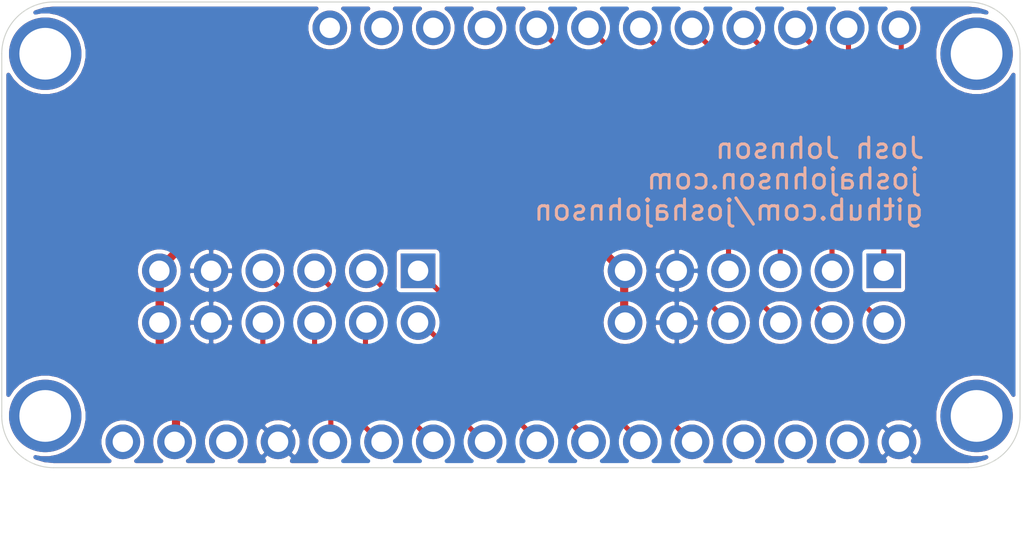
<source format=kicad_pcb>
(kicad_pcb (version 20171130) (host pcbnew "(5.1.2)-1")

  (general
    (thickness 1.6)
    (drawings 0)
    (tracks 79)
    (zones 0)
    (modules 4)
    (nets 28)
  )

  (page A4)
  (layers
    (0 F.Cu signal)
    (31 B.Cu signal)
    (32 B.Adhes user)
    (33 F.Adhes user)
    (34 B.Paste user)
    (35 F.Paste user)
    (36 B.SilkS user)
    (37 F.SilkS user)
    (38 B.Mask user)
    (39 F.Mask user)
    (40 Dwgs.User user)
    (41 Cmts.User user)
    (42 Eco1.User user)
    (43 Eco2.User user)
    (44 Edge.Cuts user)
    (45 Margin user)
    (46 B.CrtYd user)
    (47 F.CrtYd user)
    (48 B.Fab user)
    (49 F.Fab user)
  )

  (setup
    (last_trace_width 0.25)
    (trace_clearance 0.2)
    (zone_clearance 0.2)
    (zone_45_only no)
    (trace_min 0.2)
    (via_size 0.8)
    (via_drill 0.4)
    (via_min_size 0.4)
    (via_min_drill 0.3)
    (uvia_size 0.3)
    (uvia_drill 0.1)
    (uvias_allowed no)
    (uvia_min_size 0.2)
    (uvia_min_drill 0.1)
    (edge_width 0.05)
    (segment_width 0.2)
    (pcb_text_width 0.3)
    (pcb_text_size 1.5 1.5)
    (mod_edge_width 0.12)
    (mod_text_size 1 1)
    (mod_text_width 0.15)
    (pad_size 1.524 1.524)
    (pad_drill 0.762)
    (pad_to_mask_clearance 0.051)
    (solder_mask_min_width 0.25)
    (aux_axis_origin 0 0)
    (visible_elements 7FFFFFFF)
    (pcbplotparams
      (layerselection 0x010fc_ffffffff)
      (usegerberextensions false)
      (usegerberattributes false)
      (usegerberadvancedattributes false)
      (creategerberjobfile false)
      (excludeedgelayer true)
      (linewidth 0.100000)
      (plotframeref false)
      (viasonmask false)
      (mode 1)
      (useauxorigin false)
      (hpglpennumber 1)
      (hpglpenspeed 20)
      (hpglpendiameter 15.000000)
      (psnegative false)
      (psa4output false)
      (plotreference true)
      (plotvalue true)
      (plotinvisibletext false)
      (padsonsilk false)
      (subtractmaskfromsilk false)
      (outputformat 1)
      (mirror false)
      (drillshape 0)
      (scaleselection 1)
      (outputdirectory "gerbers/"))
  )

  (net 0 "")
  (net 1 +3V3)
  (net 2 GND)
  (net 3 /P1_10)
  (net 4 /P1_4)
  (net 5 /P1_9)
  (net 6 /P1_3)
  (net 7 /P1_8)
  (net 8 /P1_2)
  (net 9 /P1_7)
  (net 10 /P1_1)
  (net 11 /P2_10)
  (net 12 /P2_4)
  (net 13 /P2_9)
  (net 14 /P2_3)
  (net 15 /P2_8)
  (net 16 /P2_2)
  (net 17 /P2_7)
  (net 18 /P2_1)
  (net 19 "Net-(J1-Pad3)")
  (net 20 "Net-(J1-Pad13)")
  (net 21 "Net-(J1-Pad14)")
  (net 22 "Net-(J1-Pad15)")
  (net 23 "Net-(J1-Pad1)")
  (net 24 "Net-(J1-Pad28)")
  (net 25 "Net-(J1-Pad27)")
  (net 26 "Net-(J1-Pad26)")
  (net 27 "Net-(J1-Pad25)")

  (net_class Default "This is the default net class."
    (clearance 0.2)
    (trace_width 0.25)
    (via_dia 0.8)
    (via_drill 0.4)
    (uvia_dia 0.3)
    (uvia_drill 0.1)
    (add_net +3V3)
    (add_net /P1_1)
    (add_net /P1_10)
    (add_net /P1_2)
    (add_net /P1_3)
    (add_net /P1_4)
    (add_net /P1_7)
    (add_net /P1_8)
    (add_net /P1_9)
    (add_net /P2_1)
    (add_net /P2_10)
    (add_net /P2_2)
    (add_net /P2_3)
    (add_net /P2_4)
    (add_net /P2_7)
    (add_net /P2_8)
    (add_net /P2_9)
    (add_net GND)
    (add_net "Net-(J1-Pad1)")
    (add_net "Net-(J1-Pad13)")
    (add_net "Net-(J1-Pad14)")
    (add_net "Net-(J1-Pad15)")
    (add_net "Net-(J1-Pad25)")
    (add_net "Net-(J1-Pad26)")
    (add_net "Net-(J1-Pad27)")
    (add_net "Net-(J1-Pad28)")
    (add_net "Net-(J1-Pad3)")
  )

  (module josh-connectors:featherwing (layer F.Cu) (tedit 5D104B8C) (tstamp 5D152D24)
    (at 110.74 68.85)
    (path /5D2CB6BF)
    (fp_text reference J1 (at 0 1) (layer F.Fab)
      (effects (font (size 0.6 0.6) (thickness 0.1)))
    )
    (fp_text value Feather (at 0 0 180) (layer F.Fab)
      (effects (font (size 0.6 0.5) (thickness 0.1)))
    )
    (fp_text user %R (at 17.78 8.89 180) (layer Eco1.User)
      (effects (font (size 0.3 0.3) (thickness 0.03)))
    )
    (fp_arc (start -22.4536 -8.89) (end -24.9936 -8.89) (angle 90) (layer Edge.Cuts) (width 0.05))
    (fp_arc (start -22.4536 8.89) (end -22.4536 11.43) (angle 90) (layer Edge.Cuts) (width 0.05))
    (fp_arc (start 22.4536 8.89) (end 22.4536 11.43) (angle -88.9) (layer Edge.Cuts) (width 0.05))
    (fp_arc (start 22.4536 -8.89) (end 22.4536 -11.43) (angle 90) (layer Edge.Cuts) (width 0.05))
    (fp_line (start -24.9936 -8.89) (end -24.9936 8.89) (layer Edge.Cuts) (width 0.05))
    (fp_line (start -22.4536 11.43) (end 22.4536 11.43) (layer Edge.Cuts) (width 0.05))
    (fp_line (start 24.993132 8.938762) (end 24.9936 -8.89) (layer Edge.Cuts) (width 0.05))
    (fp_line (start 22.4536 -11.43) (end -22.4536 -11.43) (layer Edge.Cuts) (width 0.05))
    (pad 2 thru_hole circle (at -16.51 10.16) (size 1.7 1.7) (drill 1) (layers *.Cu *.Mask)
      (net 1 +3V3))
    (pad 3 thru_hole circle (at -13.97 10.16) (size 1.7 1.7) (drill 1) (layers *.Cu *.Mask)
      (net 19 "Net-(J1-Pad3)"))
    (pad 4 thru_hole circle (at -11.43 10.16) (size 1.7 1.7) (drill 1) (layers *.Cu *.Mask)
      (net 2 GND))
    (pad 5 thru_hole circle (at -8.89 10.16) (size 1.7 1.7) (drill 1) (layers *.Cu *.Mask)
      (net 3 /P1_10))
    (pad 6 thru_hole circle (at -6.35 10.16) (size 1.7 1.7) (drill 1) (layers *.Cu *.Mask)
      (net 4 /P1_4))
    (pad 7 thru_hole circle (at -3.81 10.16) (size 1.7 1.7) (drill 1) (layers *.Cu *.Mask)
      (net 5 /P1_9))
    (pad 8 thru_hole circle (at -1.27 10.16) (size 1.7 1.7) (drill 1) (layers *.Cu *.Mask)
      (net 6 /P1_3))
    (pad 9 thru_hole circle (at 1.27 10.16) (size 1.7 1.7) (drill 1) (layers *.Cu *.Mask)
      (net 7 /P1_8))
    (pad 10 thru_hole circle (at 3.81 10.16) (size 1.7 1.7) (drill 1) (layers *.Cu *.Mask)
      (net 8 /P1_2))
    (pad 11 thru_hole circle (at 6.35 10.16) (size 1.7 1.7) (drill 1) (layers *.Cu *.Mask)
      (net 9 /P1_7))
    (pad 12 thru_hole circle (at 8.89 10.16) (size 1.7 1.7) (drill 1) (layers *.Cu *.Mask)
      (net 10 /P1_1))
    (pad 13 thru_hole circle (at 11.43 10.16) (size 1.7 1.7) (drill 1) (layers *.Cu *.Mask)
      (net 20 "Net-(J1-Pad13)"))
    (pad 14 thru_hole circle (at 13.97 10.16) (size 1.7 1.7) (drill 1) (layers *.Cu *.Mask)
      (net 21 "Net-(J1-Pad14)"))
    (pad 15 thru_hole circle (at 16.51 10.16) (size 1.7 1.7) (drill 1) (layers *.Cu *.Mask)
      (net 22 "Net-(J1-Pad15)"))
    (pad 1 thru_hole circle (at -19.05 10.16) (size 1.7 1.7) (drill 1) (layers *.Cu *.Mask)
      (net 23 "Net-(J1-Pad1)"))
    (pad 16 thru_hole circle (at 19.05 10.16) (size 1.7 1.7) (drill 1) (layers *.Cu *.Mask)
      (net 2 GND))
    (pad 28 thru_hole circle (at -8.89 -10.16) (size 1.7 1.7) (drill 1) (layers *.Cu *.Mask)
      (net 24 "Net-(J1-Pad28)"))
    (pad 27 thru_hole circle (at -6.35 -10.16) (size 1.7 1.7) (drill 1) (layers *.Cu *.Mask)
      (net 25 "Net-(J1-Pad27)"))
    (pad 26 thru_hole circle (at -3.81 -10.16) (size 1.7 1.7) (drill 1) (layers *.Cu *.Mask)
      (net 26 "Net-(J1-Pad26)"))
    (pad 25 thru_hole circle (at -1.27 -10.16) (size 1.7 1.7) (drill 1) (layers *.Cu *.Mask)
      (net 27 "Net-(J1-Pad25)"))
    (pad 24 thru_hole circle (at 1.27 -10.16) (size 1.7 1.7) (drill 1) (layers *.Cu *.Mask)
      (net 11 /P2_10))
    (pad 23 thru_hole circle (at 3.81 -10.16) (size 1.7 1.7) (drill 1) (layers *.Cu *.Mask)
      (net 12 /P2_4))
    (pad 22 thru_hole circle (at 6.35 -10.16) (size 1.7 1.7) (drill 1) (layers *.Cu *.Mask)
      (net 13 /P2_9))
    (pad 21 thru_hole circle (at 8.89 -10.16) (size 1.7 1.7) (drill 1) (layers *.Cu *.Mask)
      (net 14 /P2_3))
    (pad 20 thru_hole circle (at 11.43 -10.16) (size 1.7 1.7) (drill 1) (layers *.Cu *.Mask)
      (net 15 /P2_8))
    (pad 19 thru_hole circle (at 13.97 -10.16) (size 1.7 1.7) (drill 1) (layers *.Cu *.Mask)
      (net 16 /P2_2))
    (pad 18 thru_hole circle (at 16.51 -10.16) (size 1.7 1.7) (drill 1) (layers *.Cu *.Mask)
      (net 17 /P2_7))
    (pad 17 thru_hole circle (at 19.05 -10.16) (size 1.7 1.7) (drill 1) (layers *.Cu *.Mask)
      (net 18 /P2_1))
    (pad "" np_thru_hole circle (at -22.86 -8.89) (size 3.556 3.556) (drill 2.54) (layers *.Cu *.Mask))
    (pad "" np_thru_hole circle (at 22.86 -8.89) (size 3.556 3.556) (drill 2.54) (layers *.Cu *.Mask))
    (pad "" np_thru_hole circle (at -22.86 8.89) (size 3.556 3.556) (drill 2.54) (layers *.Cu *.Mask))
    (pad "" np_thru_hole circle (at 22.86 8.89) (size 3.556 3.556) (drill 2.54) (layers *.Cu *.Mask))
  )

  (module josh-logos:josh-details (layer B.Cu) (tedit 5D134D16) (tstamp 5D13CA6E)
    (at 126.1 65.6 180)
    (fp_text reference REF** (at 0 5.6) (layer B.Fab)
      (effects (font (size 1 1) (thickness 0.15)) (justify mirror))
    )
    (fp_text value "Josh Details" (at 0 6.6) (layer B.Fab)
      (effects (font (size 1 1) (thickness 0.15)) (justify mirror))
    )
    (fp_text user github.com/joshajohnson (at 4.6736 -2.032) (layer B.SilkS)
      (effects (font (size 1 1) (thickness 0.15)) (justify mirror))
    )
    (fp_text user joshajohnson.com (at 2 -0.5) (layer B.SilkS)
      (effects (font (size 1 1) (thickness 0.15)) (justify mirror))
    )
    (fp_text user "Josh Johnson" (at 0.2 1 180) (layer B.SilkS)
      (effects (font (size 1 1) (thickness 0.15)) (justify mirror))
    )
  )

  (module josh-connectors:PMOD_HOST locked (layer F.Cu) (tedit 5D134B87) (tstamp 5D1282A7)
    (at 99.822 75.946 270)
    (descr "Through hole angled socket strip, 2x06, 2.54mm pitch, 8.51mm socket length, double cols (from Kicad 4.0.7), script generated")
    (tags "Through hole angled socket strip THT 2x06 2.54mm double row")
    (path /5D13FDD1)
    (fp_text reference J3 (at 0.3192 9.10956 270) (layer F.SilkS) hide
      (effects (font (size 1 1) (thickness 0.15)))
    )
    (fp_text value PMOD (at 0.3192 -9.13044 270) (layer F.Fab)
      (effects (font (size 1 1) (thickness 0.15)))
    )
    (fp_text user "Board Edge" (at 2.4388 -0.3556) (layer F.Fab)
      (effects (font (size 0.8 0.8) (thickness 0.1)))
    )
    (fp_line (start 4.0136 -0.3556) (end 3.2008 0.3048) (layer F.Fab) (width 0.12))
    (fp_line (start 3.2008 -1.1176) (end 4.0136 -0.3556) (layer F.Fab) (width 0.12))
    (fp_line (start 4.166 8.0772) (end 4.166 -8.0264) (layer F.Fab) (width 0.12))
    (fp_line (start -7.1308 8.13956) (end 7.7192 8.13956) (layer F.CrtYd) (width 0.05))
    (fp_line (start 7.7192 8.13956) (end 7.7192 -8.11044) (layer F.CrtYd) (width 0.05))
    (fp_line (start 7.7192 -8.11044) (end -7.1308 -8.11044) (layer F.CrtYd) (width 0.05))
    (fp_line (start -7.1308 -8.11044) (end -7.1308 8.13956) (layer F.CrtYd) (width 0.05))
    (pad 1 thru_hole rect (at -5.3308 -6.36044 90) (size 1.7 1.7) (drill 1) (layers *.Cu *.Mask)
      (net 10 /P1_1))
    (pad 12 thru_hole oval (at -2.7908 6.33956 90) (size 1.7 1.7) (drill 1) (layers *.Cu *.Mask)
      (net 1 +3V3))
    (pad 5 thru_hole oval (at -5.3308 3.79956 90) (size 1.7 1.7) (drill 1) (layers *.Cu *.Mask)
      (net 2 GND))
    (pad 11 thru_hole oval (at -2.7908 3.79956 90) (size 1.7 1.7) (drill 1) (layers *.Cu *.Mask)
      (net 2 GND))
    (pad 4 thru_hole oval (at -5.3308 1.25956 90) (size 1.7 1.7) (drill 1) (layers *.Cu *.Mask)
      (net 4 /P1_4))
    (pad 10 thru_hole oval (at -2.7908 1.25956 90) (size 1.7 1.7) (drill 1) (layers *.Cu *.Mask)
      (net 3 /P1_10))
    (pad 3 thru_hole oval (at -5.3308 -1.28044 90) (size 1.7 1.7) (drill 1) (layers *.Cu *.Mask)
      (net 6 /P1_3))
    (pad 9 thru_hole oval (at -2.7908 -1.28044 90) (size 1.7 1.7) (drill 1) (layers *.Cu *.Mask)
      (net 5 /P1_9))
    (pad 2 thru_hole oval (at -5.3308 -3.82044 90) (size 1.7 1.7) (drill 1) (layers *.Cu *.Mask)
      (net 8 /P1_2))
    (pad 8 thru_hole oval (at -2.7908 -3.82044 90) (size 1.7 1.7) (drill 1) (layers *.Cu *.Mask)
      (net 7 /P1_8))
    (pad 6 thru_hole oval (at -5.3308 6.33956 90) (size 1.7 1.7) (drill 1) (layers *.Cu *.Mask)
      (net 1 +3V3))
    (pad 7 thru_hole oval (at -2.7908 -6.36044 90) (size 1.7 1.7) (drill 1) (layers *.Cu *.Mask)
      (net 9 /P1_7))
    (model ${KISYS3DMOD}/Connector_PinSocket_2.54mm.3dshapes/PinSocket_2x06_P2.54mm_Horizontal.wrl
      (offset (xyz -5.35 -6.35 0))
      (scale (xyz 1 1 1))
      (rotate (xyz 0 0 -180))
    )
  )

  (module josh-connectors:PMOD_HOST locked (layer F.Cu) (tedit 5D134B87) (tstamp 5D12828F)
    (at 122.682 75.946 270)
    (descr "Through hole angled socket strip, 2x06, 2.54mm pitch, 8.51mm socket length, double cols (from Kicad 4.0.7), script generated")
    (tags "Through hole angled socket strip THT 2x06 2.54mm double row")
    (path /5D13969D)
    (fp_text reference J2 (at 0.3192 9.10956 270) (layer F.SilkS) hide
      (effects (font (size 1 1) (thickness 0.15)))
    )
    (fp_text value PMOD (at 0.3192 -9.13044 270) (layer F.Fab)
      (effects (font (size 1 1) (thickness 0.15)))
    )
    (fp_text user "Board Edge" (at 2.4388 -0.3556) (layer F.Fab)
      (effects (font (size 0.8 0.8) (thickness 0.1)))
    )
    (fp_line (start 4.0136 -0.3556) (end 3.2008 0.3048) (layer F.Fab) (width 0.12))
    (fp_line (start 3.2008 -1.1176) (end 4.0136 -0.3556) (layer F.Fab) (width 0.12))
    (fp_line (start 4.166 8.0772) (end 4.166 -8.0264) (layer F.Fab) (width 0.12))
    (fp_line (start -7.1308 8.13956) (end 7.7192 8.13956) (layer F.CrtYd) (width 0.05))
    (fp_line (start 7.7192 8.13956) (end 7.7192 -8.11044) (layer F.CrtYd) (width 0.05))
    (fp_line (start 7.7192 -8.11044) (end -7.1308 -8.11044) (layer F.CrtYd) (width 0.05))
    (fp_line (start -7.1308 -8.11044) (end -7.1308 8.13956) (layer F.CrtYd) (width 0.05))
    (pad 1 thru_hole rect (at -5.3308 -6.36044 90) (size 1.7 1.7) (drill 1) (layers *.Cu *.Mask)
      (net 18 /P2_1))
    (pad 12 thru_hole oval (at -2.7908 6.33956 90) (size 1.7 1.7) (drill 1) (layers *.Cu *.Mask)
      (net 1 +3V3))
    (pad 5 thru_hole oval (at -5.3308 3.79956 90) (size 1.7 1.7) (drill 1) (layers *.Cu *.Mask)
      (net 2 GND))
    (pad 11 thru_hole oval (at -2.7908 3.79956 90) (size 1.7 1.7) (drill 1) (layers *.Cu *.Mask)
      (net 2 GND))
    (pad 4 thru_hole oval (at -5.3308 1.25956 90) (size 1.7 1.7) (drill 1) (layers *.Cu *.Mask)
      (net 12 /P2_4))
    (pad 10 thru_hole oval (at -2.7908 1.25956 90) (size 1.7 1.7) (drill 1) (layers *.Cu *.Mask)
      (net 11 /P2_10))
    (pad 3 thru_hole oval (at -5.3308 -1.28044 90) (size 1.7 1.7) (drill 1) (layers *.Cu *.Mask)
      (net 14 /P2_3))
    (pad 9 thru_hole oval (at -2.7908 -1.28044 90) (size 1.7 1.7) (drill 1) (layers *.Cu *.Mask)
      (net 13 /P2_9))
    (pad 2 thru_hole oval (at -5.3308 -3.82044 90) (size 1.7 1.7) (drill 1) (layers *.Cu *.Mask)
      (net 16 /P2_2))
    (pad 8 thru_hole oval (at -2.7908 -3.82044 90) (size 1.7 1.7) (drill 1) (layers *.Cu *.Mask)
      (net 15 /P2_8))
    (pad 6 thru_hole oval (at -5.3308 6.33956 90) (size 1.7 1.7) (drill 1) (layers *.Cu *.Mask)
      (net 1 +3V3))
    (pad 7 thru_hole oval (at -2.7908 -6.36044 90) (size 1.7 1.7) (drill 1) (layers *.Cu *.Mask)
      (net 17 /P2_7))
    (model ${KISYS3DMOD}/Connector_PinSocket_2.54mm.3dshapes/PinSocket_2x06_P2.54mm_Horizontal.wrl
      (offset (xyz -5.35 -6.35 0))
      (scale (xyz 1 1 1))
      (rotate (xyz 0 0 -180))
    )
  )

  (segment (start 116.4 73.1) (end 116.3 73.2) (width 0.3) (layer F.Cu) (net 1))
  (segment (start 116.3 70.7) (end 116.3 73.2) (width 0.4) (layer F.Cu) (net 1))
  (segment (start 114.5 68.9) (end 116.3 70.7) (width 0.4) (layer F.Cu) (net 1))
  (segment (start 97.195559 68.9) (end 114.5 68.9) (width 0.4) (layer F.Cu) (net 1))
  (segment (start 97.195559 68.9) (end 95.1 68.9) (width 0.4) (layer F.Cu) (net 1))
  (segment (start 95.1 68.9) (end 93.4 70.6) (width 0.4) (layer F.Cu) (net 1))
  (segment (start 93.4 70.6) (end 93.5 70.7) (width 0.4) (layer F.Cu) (net 1) (tstamp 5D129C74))
  (segment (start 93.5 72) (end 93.5 72.7) (width 0.4) (layer F.Cu) (net 1))
  (segment (start 93.5 70.7) (end 93.5 72) (width 0.4) (layer F.Cu) (net 1))
  (segment (start 93.5 72) (end 93.5 73.2) (width 0.4) (layer F.Cu) (net 1))
  (segment (start 93.5 72.7) (end 93.5 74.8) (width 0.4) (layer F.Cu) (net 1))
  (segment (start 93.5 74.8) (end 94.3 75.6) (width 0.4) (layer F.Cu) (net 1))
  (segment (start 94.3 75.6) (end 94.3 79) (width 0.4) (layer F.Cu) (net 1))
  (segment (start 96.02244 73.17756) (end 96 73.2) (width 0.3) (layer F.Cu) (net 2))
  (segment (start 98.56244 74.357281) (end 101.9 77.694841) (width 0.25) (layer F.Cu) (net 3))
  (segment (start 98.56244 73.1552) (end 98.56244 74.357281) (width 0.25) (layer F.Cu) (net 3))
  (segment (start 101.9 77.694841) (end 101.9 79.1) (width 0.25) (layer F.Cu) (net 3))
  (segment (start 99.8 74.5) (end 104.4 79.1) (width 0.25) (layer F.Cu) (net 4))
  (segment (start 98.56244 70.6152) (end 99.8 71.85276) (width 0.25) (layer F.Cu) (net 4))
  (segment (start 99.8 71.85276) (end 99.8 74.5) (width 0.25) (layer F.Cu) (net 4))
  (segment (start 101.10244 74.357281) (end 104.245159 77.5) (width 0.25) (layer F.Cu) (net 5))
  (segment (start 101.10244 73.1552) (end 101.10244 74.357281) (width 0.25) (layer F.Cu) (net 5))
  (segment (start 104.245159 77.5) (end 105.4 77.5) (width 0.25) (layer F.Cu) (net 5))
  (segment (start 105.4 77.5) (end 106.9 79) (width 0.25) (layer F.Cu) (net 5))
  (segment (start 107.3 76.9) (end 109.5 79.1) (width 0.25) (layer F.Cu) (net 6))
  (segment (start 105.1 76.9) (end 107.3 76.9) (width 0.25) (layer F.Cu) (net 6))
  (segment (start 102.4 74.2) (end 105.1 76.9) (width 0.25) (layer F.Cu) (net 6))
  (segment (start 101.10244 70.6152) (end 102.4 71.91276) (width 0.25) (layer F.Cu) (net 6))
  (segment (start 102.4 71.91276) (end 102.4 74.2) (width 0.25) (layer F.Cu) (net 6))
  (segment (start 103.6 73.19764) (end 103.64244 73.1552) (width 0.25) (layer F.Cu) (net 7))
  (segment (start 103.6 73.6) (end 103.6 73.19764) (width 0.25) (layer F.Cu) (net 7))
  (segment (start 110.55 77.45) (end 112.2 79.1) (width 0.25) (layer F.Cu) (net 7))
  (segment (start 108.8 77.45) (end 110.55 77.45) (width 0.25) (layer F.Cu) (net 7))
  (segment (start 107.65 76.3) (end 108.8 77.45) (width 0.25) (layer F.Cu) (net 7))
  (segment (start 105.5 76.3) (end 107.65 76.3) (width 0.25) (layer F.Cu) (net 7))
  (segment (start 103.6 73.19764) (end 103.6 74.4) (width 0.25) (layer F.Cu) (net 7))
  (segment (start 103.6 74.4) (end 105.5 76.3) (width 0.25) (layer F.Cu) (net 7))
  (segment (start 112.35 76.75) (end 114.6 79) (width 0.25) (layer F.Cu) (net 8))
  (segment (start 103.64244 70.6152) (end 104.9 71.87276) (width 0.25) (layer F.Cu) (net 8))
  (segment (start 104.9 74.1) (end 106.3 75.5) (width 0.25) (layer F.Cu) (net 8))
  (segment (start 106.3 75.5) (end 107.9 75.5) (width 0.25) (layer F.Cu) (net 8))
  (segment (start 104.9 71.87276) (end 104.9 74.1) (width 0.25) (layer F.Cu) (net 8))
  (segment (start 107.9 75.5) (end 109.15 76.75) (width 0.25) (layer F.Cu) (net 8))
  (segment (start 109.15 76.75) (end 112.35 76.75) (width 0.25) (layer F.Cu) (net 8))
  (segment (start 106.18244 73.1552) (end 106.391611 73.1552) (width 0.25) (layer F.Cu) (net 9))
  (segment (start 114.2 76.1) (end 117.2 79.1) (width 0.25) (layer F.Cu) (net 9))
  (segment (start 109.3 76.1) (end 114.2 76.1) (width 0.25) (layer F.Cu) (net 9))
  (segment (start 106.3 73.1) (end 109.3 76.1) (width 0.25) (layer F.Cu) (net 9))
  (segment (start 106.2 73.1) (end 106.3 73.1) (width 0.25) (layer F.Cu) (net 9))
  (segment (start 106.18244 73.1552) (end 106.2 73.13764) (width 0.25) (layer F.Cu) (net 9))
  (segment (start 106.2 73.13764) (end 106.2 73.1) (width 0.25) (layer F.Cu) (net 9))
  (segment (start 116.2 75.6) (end 119.7 79.1) (width 0.25) (layer F.Cu) (net 10))
  (segment (start 111.2 75.6) (end 116.2 75.6) (width 0.25) (layer F.Cu) (net 10))
  (segment (start 106.18244 70.6152) (end 106.2152 70.6152) (width 0.25) (layer F.Cu) (net 10))
  (segment (start 106.2152 70.6152) (end 111.2 75.6) (width 0.25) (layer F.Cu) (net 10))
  (segment (start 120.1 66.7) (end 112.1 58.7) (width 0.25) (layer F.Cu) (net 11))
  (segment (start 121.42244 73.1552) (end 120.1 71.83276) (width 0.25) (layer F.Cu) (net 11))
  (segment (start 120.1 71.83276) (end 120.1 66.7) (width 0.25) (layer F.Cu) (net 11))
  (segment (start 121.42244 65.52244) (end 114.6 58.7) (width 0.25) (layer F.Cu) (net 12))
  (segment (start 121.42244 70.6152) (end 121.42244 65.52244) (width 0.25) (layer F.Cu) (net 12))
  (segment (start 122.7 64.4) (end 117.1 58.8) (width 0.25) (layer F.Cu) (net 13))
  (segment (start 123.96244 73.1552) (end 122.7 71.89276) (width 0.25) (layer F.Cu) (net 13))
  (segment (start 122.7 71.89276) (end 122.7 64.4) (width 0.25) (layer F.Cu) (net 13))
  (segment (start 123.96244 63.06244) (end 119.7 58.8) (width 0.25) (layer F.Cu) (net 14))
  (segment (start 123.96244 70.6152) (end 123.96244 63.06244) (width 0.25) (layer F.Cu) (net 14))
  (segment (start 125.2 61.8) (end 122.2 58.8) (width 0.25) (layer F.Cu) (net 15))
  (segment (start 126.50244 73.1552) (end 125.2 71.85276) (width 0.25) (layer F.Cu) (net 15))
  (segment (start 125.2 71.85276) (end 125.2 61.8) (width 0.25) (layer F.Cu) (net 15))
  (segment (start 126.50244 60.50244) (end 124.8 58.8) (width 0.25) (layer F.Cu) (net 16))
  (segment (start 126.50244 70.6152) (end 126.50244 60.50244) (width 0.25) (layer F.Cu) (net 16))
  (segment (start 127.8 72) (end 129 73.2) (width 0.25) (layer F.Cu) (net 17))
  (segment (start 127.8 60.5) (end 127.8 72) (width 0.25) (layer F.Cu) (net 17))
  (segment (start 127.31 60.01) (end 127.8 60.5) (width 0.25) (layer F.Cu) (net 17))
  (segment (start 127.3 58.7) (end 127.31 58.71) (width 0.25) (layer F.Cu) (net 17))
  (segment (start 127.31 58.71) (end 127.31 60.01) (width 0.25) (layer F.Cu) (net 17))
  (segment (start 129.9 58.8) (end 129.8 58.7) (width 0.25) (layer F.Cu) (net 18))
  (segment (start 129.9 60) (end 129.9 58.8) (width 0.25) (layer F.Cu) (net 18))
  (segment (start 129.04244 70.6152) (end 129.04244 60.85756) (width 0.25) (layer F.Cu) (net 18))
  (segment (start 129.04244 60.85756) (end 129.9 60) (width 0.25) (layer F.Cu) (net 18))

  (zone (net 2) (net_name GND) (layer B.Cu) (tstamp 0) (hatch edge 0.508)
    (connect_pads (clearance 0.2))
    (min_thickness 0.2)
    (fill yes (arc_segments 32) (thermal_gap 0.21) (thermal_bridge_width 0.21))
    (polygon
      (pts
        (xy 85.675 57.361987) (xy 135.9 57.323973) (xy 135.95 80.4) (xy 85.725 80.438014)
      )
    )
    (filled_polygon
      (pts
        (xy 101.116918 57.796737) (xy 100.956737 57.956918) (xy 100.830884 58.145271) (xy 100.744194 58.354557) (xy 100.7 58.576735)
        (xy 100.7 58.803265) (xy 100.744194 59.025443) (xy 100.830884 59.234729) (xy 100.956737 59.423082) (xy 101.116918 59.583263)
        (xy 101.305271 59.709116) (xy 101.514557 59.795806) (xy 101.736735 59.84) (xy 101.963265 59.84) (xy 102.185443 59.795806)
        (xy 102.394729 59.709116) (xy 102.583082 59.583263) (xy 102.743263 59.423082) (xy 102.869116 59.234729) (xy 102.955806 59.025443)
        (xy 103 58.803265) (xy 103 58.576735) (xy 102.955806 58.354557) (xy 102.869116 58.145271) (xy 102.743263 57.956918)
        (xy 102.583082 57.796737) (xy 102.505652 57.745) (xy 103.734348 57.745) (xy 103.656918 57.796737) (xy 103.496737 57.956918)
        (xy 103.370884 58.145271) (xy 103.284194 58.354557) (xy 103.24 58.576735) (xy 103.24 58.803265) (xy 103.284194 59.025443)
        (xy 103.370884 59.234729) (xy 103.496737 59.423082) (xy 103.656918 59.583263) (xy 103.845271 59.709116) (xy 104.054557 59.795806)
        (xy 104.276735 59.84) (xy 104.503265 59.84) (xy 104.725443 59.795806) (xy 104.934729 59.709116) (xy 105.123082 59.583263)
        (xy 105.283263 59.423082) (xy 105.409116 59.234729) (xy 105.495806 59.025443) (xy 105.54 58.803265) (xy 105.54 58.576735)
        (xy 105.495806 58.354557) (xy 105.409116 58.145271) (xy 105.283263 57.956918) (xy 105.123082 57.796737) (xy 105.045652 57.745)
        (xy 106.274348 57.745) (xy 106.196918 57.796737) (xy 106.036737 57.956918) (xy 105.910884 58.145271) (xy 105.824194 58.354557)
        (xy 105.78 58.576735) (xy 105.78 58.803265) (xy 105.824194 59.025443) (xy 105.910884 59.234729) (xy 106.036737 59.423082)
        (xy 106.196918 59.583263) (xy 106.385271 59.709116) (xy 106.594557 59.795806) (xy 106.816735 59.84) (xy 107.043265 59.84)
        (xy 107.265443 59.795806) (xy 107.474729 59.709116) (xy 107.663082 59.583263) (xy 107.823263 59.423082) (xy 107.949116 59.234729)
        (xy 108.035806 59.025443) (xy 108.08 58.803265) (xy 108.08 58.576735) (xy 108.035806 58.354557) (xy 107.949116 58.145271)
        (xy 107.823263 57.956918) (xy 107.663082 57.796737) (xy 107.585652 57.745) (xy 108.814348 57.745) (xy 108.736918 57.796737)
        (xy 108.576737 57.956918) (xy 108.450884 58.145271) (xy 108.364194 58.354557) (xy 108.32 58.576735) (xy 108.32 58.803265)
        (xy 108.364194 59.025443) (xy 108.450884 59.234729) (xy 108.576737 59.423082) (xy 108.736918 59.583263) (xy 108.925271 59.709116)
        (xy 109.134557 59.795806) (xy 109.356735 59.84) (xy 109.583265 59.84) (xy 109.805443 59.795806) (xy 110.014729 59.709116)
        (xy 110.203082 59.583263) (xy 110.363263 59.423082) (xy 110.489116 59.234729) (xy 110.575806 59.025443) (xy 110.62 58.803265)
        (xy 110.62 58.576735) (xy 110.575806 58.354557) (xy 110.489116 58.145271) (xy 110.363263 57.956918) (xy 110.203082 57.796737)
        (xy 110.125652 57.745) (xy 111.354348 57.745) (xy 111.276918 57.796737) (xy 111.116737 57.956918) (xy 110.990884 58.145271)
        (xy 110.904194 58.354557) (xy 110.86 58.576735) (xy 110.86 58.803265) (xy 110.904194 59.025443) (xy 110.990884 59.234729)
        (xy 111.116737 59.423082) (xy 111.276918 59.583263) (xy 111.465271 59.709116) (xy 111.674557 59.795806) (xy 111.896735 59.84)
        (xy 112.123265 59.84) (xy 112.345443 59.795806) (xy 112.554729 59.709116) (xy 112.743082 59.583263) (xy 112.903263 59.423082)
        (xy 113.029116 59.234729) (xy 113.115806 59.025443) (xy 113.16 58.803265) (xy 113.16 58.576735) (xy 113.115806 58.354557)
        (xy 113.029116 58.145271) (xy 112.903263 57.956918) (xy 112.743082 57.796737) (xy 112.665652 57.745) (xy 113.894348 57.745)
        (xy 113.816918 57.796737) (xy 113.656737 57.956918) (xy 113.530884 58.145271) (xy 113.444194 58.354557) (xy 113.4 58.576735)
        (xy 113.4 58.803265) (xy 113.444194 59.025443) (xy 113.530884 59.234729) (xy 113.656737 59.423082) (xy 113.816918 59.583263)
        (xy 114.005271 59.709116) (xy 114.214557 59.795806) (xy 114.436735 59.84) (xy 114.663265 59.84) (xy 114.885443 59.795806)
        (xy 115.094729 59.709116) (xy 115.283082 59.583263) (xy 115.443263 59.423082) (xy 115.569116 59.234729) (xy 115.655806 59.025443)
        (xy 115.7 58.803265) (xy 115.7 58.576735) (xy 115.655806 58.354557) (xy 115.569116 58.145271) (xy 115.443263 57.956918)
        (xy 115.283082 57.796737) (xy 115.205652 57.745) (xy 116.434348 57.745) (xy 116.356918 57.796737) (xy 116.196737 57.956918)
        (xy 116.070884 58.145271) (xy 115.984194 58.354557) (xy 115.94 58.576735) (xy 115.94 58.803265) (xy 115.984194 59.025443)
        (xy 116.070884 59.234729) (xy 116.196737 59.423082) (xy 116.356918 59.583263) (xy 116.545271 59.709116) (xy 116.754557 59.795806)
        (xy 116.976735 59.84) (xy 117.203265 59.84) (xy 117.425443 59.795806) (xy 117.634729 59.709116) (xy 117.823082 59.583263)
        (xy 117.983263 59.423082) (xy 118.109116 59.234729) (xy 118.195806 59.025443) (xy 118.24 58.803265) (xy 118.24 58.576735)
        (xy 118.195806 58.354557) (xy 118.109116 58.145271) (xy 117.983263 57.956918) (xy 117.823082 57.796737) (xy 117.745652 57.745)
        (xy 118.974348 57.745) (xy 118.896918 57.796737) (xy 118.736737 57.956918) (xy 118.610884 58.145271) (xy 118.524194 58.354557)
        (xy 118.48 58.576735) (xy 118.48 58.803265) (xy 118.524194 59.025443) (xy 118.610884 59.234729) (xy 118.736737 59.423082)
        (xy 118.896918 59.583263) (xy 119.085271 59.709116) (xy 119.294557 59.795806) (xy 119.516735 59.84) (xy 119.743265 59.84)
        (xy 119.965443 59.795806) (xy 120.174729 59.709116) (xy 120.363082 59.583263) (xy 120.523263 59.423082) (xy 120.649116 59.234729)
        (xy 120.735806 59.025443) (xy 120.78 58.803265) (xy 120.78 58.576735) (xy 120.735806 58.354557) (xy 120.649116 58.145271)
        (xy 120.523263 57.956918) (xy 120.363082 57.796737) (xy 120.285652 57.745) (xy 121.514348 57.745) (xy 121.436918 57.796737)
        (xy 121.276737 57.956918) (xy 121.150884 58.145271) (xy 121.064194 58.354557) (xy 121.02 58.576735) (xy 121.02 58.803265)
        (xy 121.064194 59.025443) (xy 121.150884 59.234729) (xy 121.276737 59.423082) (xy 121.436918 59.583263) (xy 121.625271 59.709116)
        (xy 121.834557 59.795806) (xy 122.056735 59.84) (xy 122.283265 59.84) (xy 122.505443 59.795806) (xy 122.714729 59.709116)
        (xy 122.903082 59.583263) (xy 123.063263 59.423082) (xy 123.189116 59.234729) (xy 123.275806 59.025443) (xy 123.32 58.803265)
        (xy 123.32 58.576735) (xy 123.275806 58.354557) (xy 123.189116 58.145271) (xy 123.063263 57.956918) (xy 122.903082 57.796737)
        (xy 122.825652 57.745) (xy 124.054348 57.745) (xy 123.976918 57.796737) (xy 123.816737 57.956918) (xy 123.690884 58.145271)
        (xy 123.604194 58.354557) (xy 123.56 58.576735) (xy 123.56 58.803265) (xy 123.604194 59.025443) (xy 123.690884 59.234729)
        (xy 123.816737 59.423082) (xy 123.976918 59.583263) (xy 124.165271 59.709116) (xy 124.374557 59.795806) (xy 124.596735 59.84)
        (xy 124.823265 59.84) (xy 125.045443 59.795806) (xy 125.254729 59.709116) (xy 125.443082 59.583263) (xy 125.603263 59.423082)
        (xy 125.729116 59.234729) (xy 125.815806 59.025443) (xy 125.86 58.803265) (xy 125.86 58.576735) (xy 125.815806 58.354557)
        (xy 125.729116 58.145271) (xy 125.603263 57.956918) (xy 125.443082 57.796737) (xy 125.365652 57.745) (xy 126.594348 57.745)
        (xy 126.516918 57.796737) (xy 126.356737 57.956918) (xy 126.230884 58.145271) (xy 126.144194 58.354557) (xy 126.1 58.576735)
        (xy 126.1 58.803265) (xy 126.144194 59.025443) (xy 126.230884 59.234729) (xy 126.356737 59.423082) (xy 126.516918 59.583263)
        (xy 126.705271 59.709116) (xy 126.914557 59.795806) (xy 127.136735 59.84) (xy 127.363265 59.84) (xy 127.585443 59.795806)
        (xy 127.794729 59.709116) (xy 127.983082 59.583263) (xy 128.143263 59.423082) (xy 128.269116 59.234729) (xy 128.355806 59.025443)
        (xy 128.4 58.803265) (xy 128.4 58.576735) (xy 128.355806 58.354557) (xy 128.269116 58.145271) (xy 128.143263 57.956918)
        (xy 127.983082 57.796737) (xy 127.905652 57.745) (xy 129.134348 57.745) (xy 129.056918 57.796737) (xy 128.896737 57.956918)
        (xy 128.770884 58.145271) (xy 128.684194 58.354557) (xy 128.64 58.576735) (xy 128.64 58.803265) (xy 128.684194 59.025443)
        (xy 128.770884 59.234729) (xy 128.896737 59.423082) (xy 129.056918 59.583263) (xy 129.245271 59.709116) (xy 129.454557 59.795806)
        (xy 129.676735 59.84) (xy 129.903265 59.84) (xy 130.125443 59.795806) (xy 130.334729 59.709116) (xy 130.523082 59.583263)
        (xy 130.683263 59.423082) (xy 130.809116 59.234729) (xy 130.895806 59.025443) (xy 130.94 58.803265) (xy 130.94 58.576735)
        (xy 130.895806 58.354557) (xy 130.809116 58.145271) (xy 130.683263 57.956918) (xy 130.523082 57.796737) (xy 130.445652 57.745)
        (xy 133.177703 57.745) (xy 133.623526 57.788713) (xy 134.037078 57.913572) (xy 134.081122 57.936991) (xy 133.804665 57.882)
        (xy 133.395335 57.882) (xy 132.99387 57.961856) (xy 132.615698 58.1185) (xy 132.275352 58.345912) (xy 131.985912 58.635352)
        (xy 131.7585 58.975698) (xy 131.601856 59.35387) (xy 131.522 59.755335) (xy 131.522 60.164665) (xy 131.601856 60.56613)
        (xy 131.7585 60.944302) (xy 131.985912 61.284648) (xy 132.275352 61.574088) (xy 132.615698 61.8015) (xy 132.99387 61.958144)
        (xy 133.395335 62.038) (xy 133.804665 62.038) (xy 134.20613 61.958144) (xy 134.584302 61.8015) (xy 134.924648 61.574088)
        (xy 135.214088 61.284648) (xy 135.408573 60.99358) (xy 135.408161 76.705802) (xy 135.214088 76.415352) (xy 134.924648 76.125912)
        (xy 134.584302 75.8985) (xy 134.20613 75.741856) (xy 133.804665 75.662) (xy 133.395335 75.662) (xy 132.99387 75.741856)
        (xy 132.615698 75.8985) (xy 132.275352 76.125912) (xy 131.985912 76.415352) (xy 131.7585 76.755698) (xy 131.601856 77.13387)
        (xy 131.522 77.535335) (xy 131.522 77.944665) (xy 131.601856 78.34613) (xy 131.7585 78.724302) (xy 131.985912 79.064648)
        (xy 132.275352 79.354088) (xy 132.615698 79.5815) (xy 132.99387 79.738144) (xy 133.395335 79.818) (xy 133.804665 79.818)
        (xy 134.074505 79.764326) (xy 134.012009 79.796582) (xy 133.596007 79.916655) (xy 133.178696 79.955) (xy 130.471534 79.955)
        (xy 130.555869 79.78294) (xy 129.79 79.017071) (xy 129.024131 79.78294) (xy 129.108466 79.955) (xy 127.905652 79.955)
        (xy 127.983082 79.903263) (xy 128.143263 79.743082) (xy 128.269116 79.554729) (xy 128.355806 79.345443) (xy 128.4 79.123265)
        (xy 128.4 78.969235) (xy 128.625101 78.969235) (xy 128.639532 79.197279) (xy 128.698174 79.418126) (xy 128.798774 79.623289)
        (xy 128.844069 79.691078) (xy 129.01706 79.775869) (xy 129.782929 79.01) (xy 129.797071 79.01) (xy 130.56294 79.775869)
        (xy 130.735931 79.691078) (xy 130.850627 79.49345) (xy 130.924563 79.277242) (xy 130.954899 79.050765) (xy 130.940468 78.822721)
        (xy 130.881826 78.601874) (xy 130.781226 78.396711) (xy 130.735931 78.328922) (xy 130.56294 78.244131) (xy 129.797071 79.01)
        (xy 129.782929 79.01) (xy 129.01706 78.244131) (xy 128.844069 78.328922) (xy 128.729373 78.52655) (xy 128.655437 78.742758)
        (xy 128.625101 78.969235) (xy 128.4 78.969235) (xy 128.4 78.896735) (xy 128.355806 78.674557) (xy 128.269116 78.465271)
        (xy 128.143263 78.276918) (xy 128.103405 78.23706) (xy 129.024131 78.23706) (xy 129.79 79.002929) (xy 130.555869 78.23706)
        (xy 130.471078 78.064069) (xy 130.27345 77.949373) (xy 130.057242 77.875437) (xy 129.830765 77.845101) (xy 129.602721 77.859532)
        (xy 129.381874 77.918174) (xy 129.176711 78.018774) (xy 129.108922 78.064069) (xy 129.024131 78.23706) (xy 128.103405 78.23706)
        (xy 127.983082 78.116737) (xy 127.794729 77.990884) (xy 127.585443 77.904194) (xy 127.363265 77.86) (xy 127.136735 77.86)
        (xy 126.914557 77.904194) (xy 126.705271 77.990884) (xy 126.516918 78.116737) (xy 126.356737 78.276918) (xy 126.230884 78.465271)
        (xy 126.144194 78.674557) (xy 126.1 78.896735) (xy 126.1 79.123265) (xy 126.144194 79.345443) (xy 126.230884 79.554729)
        (xy 126.356737 79.743082) (xy 126.516918 79.903263) (xy 126.594348 79.955) (xy 125.365652 79.955) (xy 125.443082 79.903263)
        (xy 125.603263 79.743082) (xy 125.729116 79.554729) (xy 125.815806 79.345443) (xy 125.86 79.123265) (xy 125.86 78.896735)
        (xy 125.815806 78.674557) (xy 125.729116 78.465271) (xy 125.603263 78.276918) (xy 125.443082 78.116737) (xy 125.254729 77.990884)
        (xy 125.045443 77.904194) (xy 124.823265 77.86) (xy 124.596735 77.86) (xy 124.374557 77.904194) (xy 124.165271 77.990884)
        (xy 123.976918 78.116737) (xy 123.816737 78.276918) (xy 123.690884 78.465271) (xy 123.604194 78.674557) (xy 123.56 78.896735)
        (xy 123.56 79.123265) (xy 123.604194 79.345443) (xy 123.690884 79.554729) (xy 123.816737 79.743082) (xy 123.976918 79.903263)
        (xy 124.054348 79.955) (xy 122.825652 79.955) (xy 122.903082 79.903263) (xy 123.063263 79.743082) (xy 123.189116 79.554729)
        (xy 123.275806 79.345443) (xy 123.32 79.123265) (xy 123.32 78.896735) (xy 123.275806 78.674557) (xy 123.189116 78.465271)
        (xy 123.063263 78.276918) (xy 122.903082 78.116737) (xy 122.714729 77.990884) (xy 122.505443 77.904194) (xy 122.283265 77.86)
        (xy 122.056735 77.86) (xy 121.834557 77.904194) (xy 121.625271 77.990884) (xy 121.436918 78.116737) (xy 121.276737 78.276918)
        (xy 121.150884 78.465271) (xy 121.064194 78.674557) (xy 121.02 78.896735) (xy 121.02 79.123265) (xy 121.064194 79.345443)
        (xy 121.150884 79.554729) (xy 121.276737 79.743082) (xy 121.436918 79.903263) (xy 121.514348 79.955) (xy 120.285652 79.955)
        (xy 120.363082 79.903263) (xy 120.523263 79.743082) (xy 120.649116 79.554729) (xy 120.735806 79.345443) (xy 120.78 79.123265)
        (xy 120.78 78.896735) (xy 120.735806 78.674557) (xy 120.649116 78.465271) (xy 120.523263 78.276918) (xy 120.363082 78.116737)
        (xy 120.174729 77.990884) (xy 119.965443 77.904194) (xy 119.743265 77.86) (xy 119.516735 77.86) (xy 119.294557 77.904194)
        (xy 119.085271 77.990884) (xy 118.896918 78.116737) (xy 118.736737 78.276918) (xy 118.610884 78.465271) (xy 118.524194 78.674557)
        (xy 118.48 78.896735) (xy 118.48 79.123265) (xy 118.524194 79.345443) (xy 118.610884 79.554729) (xy 118.736737 79.743082)
        (xy 118.896918 79.903263) (xy 118.974348 79.955) (xy 117.745652 79.955) (xy 117.823082 79.903263) (xy 117.983263 79.743082)
        (xy 118.109116 79.554729) (xy 118.195806 79.345443) (xy 118.24 79.123265) (xy 118.24 78.896735) (xy 118.195806 78.674557)
        (xy 118.109116 78.465271) (xy 117.983263 78.276918) (xy 117.823082 78.116737) (xy 117.634729 77.990884) (xy 117.425443 77.904194)
        (xy 117.203265 77.86) (xy 116.976735 77.86) (xy 116.754557 77.904194) (xy 116.545271 77.990884) (xy 116.356918 78.116737)
        (xy 116.196737 78.276918) (xy 116.070884 78.465271) (xy 115.984194 78.674557) (xy 115.94 78.896735) (xy 115.94 79.123265)
        (xy 115.984194 79.345443) (xy 116.070884 79.554729) (xy 116.196737 79.743082) (xy 116.356918 79.903263) (xy 116.434348 79.955)
        (xy 115.205652 79.955) (xy 115.283082 79.903263) (xy 115.443263 79.743082) (xy 115.569116 79.554729) (xy 115.655806 79.345443)
        (xy 115.7 79.123265) (xy 115.7 78.896735) (xy 115.655806 78.674557) (xy 115.569116 78.465271) (xy 115.443263 78.276918)
        (xy 115.283082 78.116737) (xy 115.094729 77.990884) (xy 114.885443 77.904194) (xy 114.663265 77.86) (xy 114.436735 77.86)
        (xy 114.214557 77.904194) (xy 114.005271 77.990884) (xy 113.816918 78.116737) (xy 113.656737 78.276918) (xy 113.530884 78.465271)
        (xy 113.444194 78.674557) (xy 113.4 78.896735) (xy 113.4 79.123265) (xy 113.444194 79.345443) (xy 113.530884 79.554729)
        (xy 113.656737 79.743082) (xy 113.816918 79.903263) (xy 113.894348 79.955) (xy 112.665652 79.955) (xy 112.743082 79.903263)
        (xy 112.903263 79.743082) (xy 113.029116 79.554729) (xy 113.115806 79.345443) (xy 113.16 79.123265) (xy 113.16 78.896735)
        (xy 113.115806 78.674557) (xy 113.029116 78.465271) (xy 112.903263 78.276918) (xy 112.743082 78.116737) (xy 112.554729 77.990884)
        (xy 112.345443 77.904194) (xy 112.123265 77.86) (xy 111.896735 77.86) (xy 111.674557 77.904194) (xy 111.465271 77.990884)
        (xy 111.276918 78.116737) (xy 111.116737 78.276918) (xy 110.990884 78.465271) (xy 110.904194 78.674557) (xy 110.86 78.896735)
        (xy 110.86 79.123265) (xy 110.904194 79.345443) (xy 110.990884 79.554729) (xy 111.116737 79.743082) (xy 111.276918 79.903263)
        (xy 111.354348 79.955) (xy 110.125652 79.955) (xy 110.203082 79.903263) (xy 110.363263 79.743082) (xy 110.489116 79.554729)
        (xy 110.575806 79.345443) (xy 110.62 79.123265) (xy 110.62 78.896735) (xy 110.575806 78.674557) (xy 110.489116 78.465271)
        (xy 110.363263 78.276918) (xy 110.203082 78.116737) (xy 110.014729 77.990884) (xy 109.805443 77.904194) (xy 109.583265 77.86)
        (xy 109.356735 77.86) (xy 109.134557 77.904194) (xy 108.925271 77.990884) (xy 108.736918 78.116737) (xy 108.576737 78.276918)
        (xy 108.450884 78.465271) (xy 108.364194 78.674557) (xy 108.32 78.896735) (xy 108.32 79.123265) (xy 108.364194 79.345443)
        (xy 108.450884 79.554729) (xy 108.576737 79.743082) (xy 108.736918 79.903263) (xy 108.814348 79.955) (xy 107.585652 79.955)
        (xy 107.663082 79.903263) (xy 107.823263 79.743082) (xy 107.949116 79.554729) (xy 108.035806 79.345443) (xy 108.08 79.123265)
        (xy 108.08 78.896735) (xy 108.035806 78.674557) (xy 107.949116 78.465271) (xy 107.823263 78.276918) (xy 107.663082 78.116737)
        (xy 107.474729 77.990884) (xy 107.265443 77.904194) (xy 107.043265 77.86) (xy 106.816735 77.86) (xy 106.594557 77.904194)
        (xy 106.385271 77.990884) (xy 106.196918 78.116737) (xy 106.036737 78.276918) (xy 105.910884 78.465271) (xy 105.824194 78.674557)
        (xy 105.78 78.896735) (xy 105.78 79.123265) (xy 105.824194 79.345443) (xy 105.910884 79.554729) (xy 106.036737 79.743082)
        (xy 106.196918 79.903263) (xy 106.274348 79.955) (xy 105.045652 79.955) (xy 105.123082 79.903263) (xy 105.283263 79.743082)
        (xy 105.409116 79.554729) (xy 105.495806 79.345443) (xy 105.54 79.123265) (xy 105.54 78.896735) (xy 105.495806 78.674557)
        (xy 105.409116 78.465271) (xy 105.283263 78.276918) (xy 105.123082 78.116737) (xy 104.934729 77.990884) (xy 104.725443 77.904194)
        (xy 104.503265 77.86) (xy 104.276735 77.86) (xy 104.054557 77.904194) (xy 103.845271 77.990884) (xy 103.656918 78.116737)
        (xy 103.496737 78.276918) (xy 103.370884 78.465271) (xy 103.284194 78.674557) (xy 103.24 78.896735) (xy 103.24 79.123265)
        (xy 103.284194 79.345443) (xy 103.370884 79.554729) (xy 103.496737 79.743082) (xy 103.656918 79.903263) (xy 103.734348 79.955)
        (xy 102.505652 79.955) (xy 102.583082 79.903263) (xy 102.743263 79.743082) (xy 102.869116 79.554729) (xy 102.955806 79.345443)
        (xy 103 79.123265) (xy 103 78.896735) (xy 102.955806 78.674557) (xy 102.869116 78.465271) (xy 102.743263 78.276918)
        (xy 102.583082 78.116737) (xy 102.394729 77.990884) (xy 102.185443 77.904194) (xy 101.963265 77.86) (xy 101.736735 77.86)
        (xy 101.514557 77.904194) (xy 101.305271 77.990884) (xy 101.116918 78.116737) (xy 100.956737 78.276918) (xy 100.830884 78.465271)
        (xy 100.744194 78.674557) (xy 100.7 78.896735) (xy 100.7 79.123265) (xy 100.744194 79.345443) (xy 100.830884 79.554729)
        (xy 100.956737 79.743082) (xy 101.116918 79.903263) (xy 101.194348 79.955) (xy 99.991534 79.955) (xy 100.075869 79.78294)
        (xy 99.31 79.017071) (xy 98.544131 79.78294) (xy 98.628466 79.955) (xy 97.425652 79.955) (xy 97.503082 79.903263)
        (xy 97.663263 79.743082) (xy 97.789116 79.554729) (xy 97.875806 79.345443) (xy 97.92 79.123265) (xy 97.92 78.969235)
        (xy 98.145101 78.969235) (xy 98.159532 79.197279) (xy 98.218174 79.418126) (xy 98.318774 79.623289) (xy 98.364069 79.691078)
        (xy 98.53706 79.775869) (xy 99.302929 79.01) (xy 99.317071 79.01) (xy 100.08294 79.775869) (xy 100.255931 79.691078)
        (xy 100.370627 79.49345) (xy 100.444563 79.277242) (xy 100.474899 79.050765) (xy 100.460468 78.822721) (xy 100.401826 78.601874)
        (xy 100.301226 78.396711) (xy 100.255931 78.328922) (xy 100.08294 78.244131) (xy 99.317071 79.01) (xy 99.302929 79.01)
        (xy 98.53706 78.244131) (xy 98.364069 78.328922) (xy 98.249373 78.52655) (xy 98.175437 78.742758) (xy 98.145101 78.969235)
        (xy 97.92 78.969235) (xy 97.92 78.896735) (xy 97.875806 78.674557) (xy 97.789116 78.465271) (xy 97.663263 78.276918)
        (xy 97.623405 78.23706) (xy 98.544131 78.23706) (xy 99.31 79.002929) (xy 100.075869 78.23706) (xy 99.991078 78.064069)
        (xy 99.79345 77.949373) (xy 99.577242 77.875437) (xy 99.350765 77.845101) (xy 99.122721 77.859532) (xy 98.901874 77.918174)
        (xy 98.696711 78.018774) (xy 98.628922 78.064069) (xy 98.544131 78.23706) (xy 97.623405 78.23706) (xy 97.503082 78.116737)
        (xy 97.314729 77.990884) (xy 97.105443 77.904194) (xy 96.883265 77.86) (xy 96.656735 77.86) (xy 96.434557 77.904194)
        (xy 96.225271 77.990884) (xy 96.036918 78.116737) (xy 95.876737 78.276918) (xy 95.750884 78.465271) (xy 95.664194 78.674557)
        (xy 95.62 78.896735) (xy 95.62 79.123265) (xy 95.664194 79.345443) (xy 95.750884 79.554729) (xy 95.876737 79.743082)
        (xy 96.036918 79.903263) (xy 96.114348 79.955) (xy 94.885652 79.955) (xy 94.963082 79.903263) (xy 95.123263 79.743082)
        (xy 95.249116 79.554729) (xy 95.335806 79.345443) (xy 95.38 79.123265) (xy 95.38 78.896735) (xy 95.335806 78.674557)
        (xy 95.249116 78.465271) (xy 95.123263 78.276918) (xy 94.963082 78.116737) (xy 94.774729 77.990884) (xy 94.565443 77.904194)
        (xy 94.343265 77.86) (xy 94.116735 77.86) (xy 93.894557 77.904194) (xy 93.685271 77.990884) (xy 93.496918 78.116737)
        (xy 93.336737 78.276918) (xy 93.210884 78.465271) (xy 93.124194 78.674557) (xy 93.08 78.896735) (xy 93.08 79.123265)
        (xy 93.124194 79.345443) (xy 93.210884 79.554729) (xy 93.336737 79.743082) (xy 93.496918 79.903263) (xy 93.574348 79.955)
        (xy 92.345652 79.955) (xy 92.423082 79.903263) (xy 92.583263 79.743082) (xy 92.709116 79.554729) (xy 92.795806 79.345443)
        (xy 92.84 79.123265) (xy 92.84 78.896735) (xy 92.795806 78.674557) (xy 92.709116 78.465271) (xy 92.583263 78.276918)
        (xy 92.423082 78.116737) (xy 92.234729 77.990884) (xy 92.025443 77.904194) (xy 91.803265 77.86) (xy 91.576735 77.86)
        (xy 91.354557 77.904194) (xy 91.145271 77.990884) (xy 90.956918 78.116737) (xy 90.796737 78.276918) (xy 90.670884 78.465271)
        (xy 90.584194 78.674557) (xy 90.54 78.896735) (xy 90.54 79.123265) (xy 90.584194 79.345443) (xy 90.670884 79.554729)
        (xy 90.796737 79.743082) (xy 90.956918 79.903263) (xy 91.034348 79.955) (xy 88.302297 79.955) (xy 87.856475 79.911287)
        (xy 87.442922 79.786428) (xy 87.398877 79.763009) (xy 87.675335 79.818) (xy 88.084665 79.818) (xy 88.48613 79.738144)
        (xy 88.864302 79.5815) (xy 89.204648 79.354088) (xy 89.494088 79.064648) (xy 89.7215 78.724302) (xy 89.878144 78.34613)
        (xy 89.958 77.944665) (xy 89.958 77.535335) (xy 89.878144 77.13387) (xy 89.7215 76.755698) (xy 89.494088 76.415352)
        (xy 89.204648 76.125912) (xy 88.864302 75.8985) (xy 88.48613 75.741856) (xy 88.084665 75.662) (xy 87.675335 75.662)
        (xy 87.27387 75.741856) (xy 86.895698 75.8985) (xy 86.555352 76.125912) (xy 86.265912 76.415352) (xy 86.0714 76.70646)
        (xy 86.0714 73.1552) (xy 92.326876 73.1552) (xy 92.34908 73.380639) (xy 92.414838 73.597415) (xy 92.521624 73.797197)
        (xy 92.665333 73.972307) (xy 92.840443 74.116016) (xy 93.040225 74.222802) (xy 93.257001 74.28856) (xy 93.425948 74.3052)
        (xy 93.538932 74.3052) (xy 93.707879 74.28856) (xy 93.924655 74.222802) (xy 94.124437 74.116016) (xy 94.299547 73.972307)
        (xy 94.443256 73.797197) (xy 94.550042 73.597415) (xy 94.6158 73.380639) (xy 94.619644 73.341601) (xy 94.877515 73.341601)
        (xy 94.935879 73.561383) (xy 95.035999 73.765556) (xy 95.174028 73.946273) (xy 95.344661 74.09659) (xy 95.54134 74.21073)
        (xy 95.756508 74.284306) (xy 95.836039 74.300125) (xy 96.01744 74.237688) (xy 96.01744 73.1602) (xy 96.02744 73.1602)
        (xy 96.02744 74.237688) (xy 96.208841 74.300125) (xy 96.288372 74.284306) (xy 96.50354 74.21073) (xy 96.700219 74.09659)
        (xy 96.870852 73.946273) (xy 97.008881 73.765556) (xy 97.109001 73.561383) (xy 97.167365 73.341601) (xy 97.104929 73.1602)
        (xy 96.02744 73.1602) (xy 96.01744 73.1602) (xy 94.939951 73.1602) (xy 94.877515 73.341601) (xy 94.619644 73.341601)
        (xy 94.638004 73.1552) (xy 97.406876 73.1552) (xy 97.42908 73.380639) (xy 97.494838 73.597415) (xy 97.601624 73.797197)
        (xy 97.745333 73.972307) (xy 97.920443 74.116016) (xy 98.120225 74.222802) (xy 98.337001 74.28856) (xy 98.505948 74.3052)
        (xy 98.618932 74.3052) (xy 98.787879 74.28856) (xy 99.004655 74.222802) (xy 99.204437 74.116016) (xy 99.379547 73.972307)
        (xy 99.523256 73.797197) (xy 99.630042 73.597415) (xy 99.6958 73.380639) (xy 99.718004 73.1552) (xy 99.946876 73.1552)
        (xy 99.96908 73.380639) (xy 100.034838 73.597415) (xy 100.141624 73.797197) (xy 100.285333 73.972307) (xy 100.460443 74.116016)
        (xy 100.660225 74.222802) (xy 100.877001 74.28856) (xy 101.045948 74.3052) (xy 101.158932 74.3052) (xy 101.327879 74.28856)
        (xy 101.544655 74.222802) (xy 101.744437 74.116016) (xy 101.919547 73.972307) (xy 102.063256 73.797197) (xy 102.170042 73.597415)
        (xy 102.2358 73.380639) (xy 102.258004 73.1552) (xy 102.486876 73.1552) (xy 102.50908 73.380639) (xy 102.574838 73.597415)
        (xy 102.681624 73.797197) (xy 102.825333 73.972307) (xy 103.000443 74.116016) (xy 103.200225 74.222802) (xy 103.417001 74.28856)
        (xy 103.585948 74.3052) (xy 103.698932 74.3052) (xy 103.867879 74.28856) (xy 104.084655 74.222802) (xy 104.284437 74.116016)
        (xy 104.459547 73.972307) (xy 104.603256 73.797197) (xy 104.710042 73.597415) (xy 104.7758 73.380639) (xy 104.798004 73.1552)
        (xy 105.026876 73.1552) (xy 105.04908 73.380639) (xy 105.114838 73.597415) (xy 105.221624 73.797197) (xy 105.365333 73.972307)
        (xy 105.540443 74.116016) (xy 105.740225 74.222802) (xy 105.957001 74.28856) (xy 106.125948 74.3052) (xy 106.238932 74.3052)
        (xy 106.407879 74.28856) (xy 106.624655 74.222802) (xy 106.824437 74.116016) (xy 106.999547 73.972307) (xy 107.143256 73.797197)
        (xy 107.250042 73.597415) (xy 107.3158 73.380639) (xy 107.338004 73.1552) (xy 115.186876 73.1552) (xy 115.20908 73.380639)
        (xy 115.274838 73.597415) (xy 115.381624 73.797197) (xy 115.525333 73.972307) (xy 115.700443 74.116016) (xy 115.900225 74.222802)
        (xy 116.117001 74.28856) (xy 116.285948 74.3052) (xy 116.398932 74.3052) (xy 116.567879 74.28856) (xy 116.784655 74.222802)
        (xy 116.984437 74.116016) (xy 117.159547 73.972307) (xy 117.303256 73.797197) (xy 117.410042 73.597415) (xy 117.4758 73.380639)
        (xy 117.479644 73.341601) (xy 117.737515 73.341601) (xy 117.795879 73.561383) (xy 117.895999 73.765556) (xy 118.034028 73.946273)
        (xy 118.204661 74.09659) (xy 118.40134 74.21073) (xy 118.616508 74.284306) (xy 118.696039 74.300125) (xy 118.87744 74.237688)
        (xy 118.87744 73.1602) (xy 118.88744 73.1602) (xy 118.88744 74.237688) (xy 119.068841 74.300125) (xy 119.148372 74.284306)
        (xy 119.36354 74.21073) (xy 119.560219 74.09659) (xy 119.730852 73.946273) (xy 119.868881 73.765556) (xy 119.969001 73.561383)
        (xy 120.027365 73.341601) (xy 119.964929 73.1602) (xy 118.88744 73.1602) (xy 118.87744 73.1602) (xy 117.799951 73.1602)
        (xy 117.737515 73.341601) (xy 117.479644 73.341601) (xy 117.498004 73.1552) (xy 120.266876 73.1552) (xy 120.28908 73.380639)
        (xy 120.354838 73.597415) (xy 120.461624 73.797197) (xy 120.605333 73.972307) (xy 120.780443 74.116016) (xy 120.980225 74.222802)
        (xy 121.197001 74.28856) (xy 121.365948 74.3052) (xy 121.478932 74.3052) (xy 121.647879 74.28856) (xy 121.864655 74.222802)
        (xy 122.064437 74.116016) (xy 122.239547 73.972307) (xy 122.383256 73.797197) (xy 122.490042 73.597415) (xy 122.5558 73.380639)
        (xy 122.578004 73.1552) (xy 122.806876 73.1552) (xy 122.82908 73.380639) (xy 122.894838 73.597415) (xy 123.001624 73.797197)
        (xy 123.145333 73.972307) (xy 123.320443 74.116016) (xy 123.520225 74.222802) (xy 123.737001 74.28856) (xy 123.905948 74.3052)
        (xy 124.018932 74.3052) (xy 124.187879 74.28856) (xy 124.404655 74.222802) (xy 124.604437 74.116016) (xy 124.779547 73.972307)
        (xy 124.923256 73.797197) (xy 125.030042 73.597415) (xy 125.0958 73.380639) (xy 125.118004 73.1552) (xy 125.346876 73.1552)
        (xy 125.36908 73.380639) (xy 125.434838 73.597415) (xy 125.541624 73.797197) (xy 125.685333 73.972307) (xy 125.860443 74.116016)
        (xy 126.060225 74.222802) (xy 126.277001 74.28856) (xy 126.445948 74.3052) (xy 126.558932 74.3052) (xy 126.727879 74.28856)
        (xy 126.944655 74.222802) (xy 127.144437 74.116016) (xy 127.319547 73.972307) (xy 127.463256 73.797197) (xy 127.570042 73.597415)
        (xy 127.6358 73.380639) (xy 127.658004 73.1552) (xy 127.886876 73.1552) (xy 127.90908 73.380639) (xy 127.974838 73.597415)
        (xy 128.081624 73.797197) (xy 128.225333 73.972307) (xy 128.400443 74.116016) (xy 128.600225 74.222802) (xy 128.817001 74.28856)
        (xy 128.985948 74.3052) (xy 129.098932 74.3052) (xy 129.267879 74.28856) (xy 129.484655 74.222802) (xy 129.684437 74.116016)
        (xy 129.859547 73.972307) (xy 130.003256 73.797197) (xy 130.110042 73.597415) (xy 130.1758 73.380639) (xy 130.198004 73.1552)
        (xy 130.1758 72.929761) (xy 130.110042 72.712985) (xy 130.003256 72.513203) (xy 129.859547 72.338093) (xy 129.684437 72.194384)
        (xy 129.484655 72.087598) (xy 129.267879 72.02184) (xy 129.098932 72.0052) (xy 128.985948 72.0052) (xy 128.817001 72.02184)
        (xy 128.600225 72.087598) (xy 128.400443 72.194384) (xy 128.225333 72.338093) (xy 128.081624 72.513203) (xy 127.974838 72.712985)
        (xy 127.90908 72.929761) (xy 127.886876 73.1552) (xy 127.658004 73.1552) (xy 127.6358 72.929761) (xy 127.570042 72.712985)
        (xy 127.463256 72.513203) (xy 127.319547 72.338093) (xy 127.144437 72.194384) (xy 126.944655 72.087598) (xy 126.727879 72.02184)
        (xy 126.558932 72.0052) (xy 126.445948 72.0052) (xy 126.277001 72.02184) (xy 126.060225 72.087598) (xy 125.860443 72.194384)
        (xy 125.685333 72.338093) (xy 125.541624 72.513203) (xy 125.434838 72.712985) (xy 125.36908 72.929761) (xy 125.346876 73.1552)
        (xy 125.118004 73.1552) (xy 125.0958 72.929761) (xy 125.030042 72.712985) (xy 124.923256 72.513203) (xy 124.779547 72.338093)
        (xy 124.604437 72.194384) (xy 124.404655 72.087598) (xy 124.187879 72.02184) (xy 124.018932 72.0052) (xy 123.905948 72.0052)
        (xy 123.737001 72.02184) (xy 123.520225 72.087598) (xy 123.320443 72.194384) (xy 123.145333 72.338093) (xy 123.001624 72.513203)
        (xy 122.894838 72.712985) (xy 122.82908 72.929761) (xy 122.806876 73.1552) (xy 122.578004 73.1552) (xy 122.5558 72.929761)
        (xy 122.490042 72.712985) (xy 122.383256 72.513203) (xy 122.239547 72.338093) (xy 122.064437 72.194384) (xy 121.864655 72.087598)
        (xy 121.647879 72.02184) (xy 121.478932 72.0052) (xy 121.365948 72.0052) (xy 121.197001 72.02184) (xy 120.980225 72.087598)
        (xy 120.780443 72.194384) (xy 120.605333 72.338093) (xy 120.461624 72.513203) (xy 120.354838 72.712985) (xy 120.28908 72.929761)
        (xy 120.266876 73.1552) (xy 117.498004 73.1552) (xy 117.479645 72.968799) (xy 117.737515 72.968799) (xy 117.799951 73.1502)
        (xy 118.87744 73.1502) (xy 118.87744 72.072712) (xy 118.88744 72.072712) (xy 118.88744 73.1502) (xy 119.964929 73.1502)
        (xy 120.027365 72.968799) (xy 119.969001 72.749017) (xy 119.868881 72.544844) (xy 119.730852 72.364127) (xy 119.560219 72.21381)
        (xy 119.36354 72.09967) (xy 119.148372 72.026094) (xy 119.068841 72.010275) (xy 118.88744 72.072712) (xy 118.87744 72.072712)
        (xy 118.696039 72.010275) (xy 118.616508 72.026094) (xy 118.40134 72.09967) (xy 118.204661 72.21381) (xy 118.034028 72.364127)
        (xy 117.895999 72.544844) (xy 117.795879 72.749017) (xy 117.737515 72.968799) (xy 117.479645 72.968799) (xy 117.4758 72.929761)
        (xy 117.410042 72.712985) (xy 117.303256 72.513203) (xy 117.159547 72.338093) (xy 116.984437 72.194384) (xy 116.784655 72.087598)
        (xy 116.567879 72.02184) (xy 116.398932 72.0052) (xy 116.285948 72.0052) (xy 116.117001 72.02184) (xy 115.900225 72.087598)
        (xy 115.700443 72.194384) (xy 115.525333 72.338093) (xy 115.381624 72.513203) (xy 115.274838 72.712985) (xy 115.20908 72.929761)
        (xy 115.186876 73.1552) (xy 107.338004 73.1552) (xy 107.3158 72.929761) (xy 107.250042 72.712985) (xy 107.143256 72.513203)
        (xy 106.999547 72.338093) (xy 106.824437 72.194384) (xy 106.624655 72.087598) (xy 106.407879 72.02184) (xy 106.238932 72.0052)
        (xy 106.125948 72.0052) (xy 105.957001 72.02184) (xy 105.740225 72.087598) (xy 105.540443 72.194384) (xy 105.365333 72.338093)
        (xy 105.221624 72.513203) (xy 105.114838 72.712985) (xy 105.04908 72.929761) (xy 105.026876 73.1552) (xy 104.798004 73.1552)
        (xy 104.7758 72.929761) (xy 104.710042 72.712985) (xy 104.603256 72.513203) (xy 104.459547 72.338093) (xy 104.284437 72.194384)
        (xy 104.084655 72.087598) (xy 103.867879 72.02184) (xy 103.698932 72.0052) (xy 103.585948 72.0052) (xy 103.417001 72.02184)
        (xy 103.200225 72.087598) (xy 103.000443 72.194384) (xy 102.825333 72.338093) (xy 102.681624 72.513203) (xy 102.574838 72.712985)
        (xy 102.50908 72.929761) (xy 102.486876 73.1552) (xy 102.258004 73.1552) (xy 102.2358 72.929761) (xy 102.170042 72.712985)
        (xy 102.063256 72.513203) (xy 101.919547 72.338093) (xy 101.744437 72.194384) (xy 101.544655 72.087598) (xy 101.327879 72.02184)
        (xy 101.158932 72.0052) (xy 101.045948 72.0052) (xy 100.877001 72.02184) (xy 100.660225 72.087598) (xy 100.460443 72.194384)
        (xy 100.285333 72.338093) (xy 100.141624 72.513203) (xy 100.034838 72.712985) (xy 99.96908 72.929761) (xy 99.946876 73.1552)
        (xy 99.718004 73.1552) (xy 99.6958 72.929761) (xy 99.630042 72.712985) (xy 99.523256 72.513203) (xy 99.379547 72.338093)
        (xy 99.204437 72.194384) (xy 99.004655 72.087598) (xy 98.787879 72.02184) (xy 98.618932 72.0052) (xy 98.505948 72.0052)
        (xy 98.337001 72.02184) (xy 98.120225 72.087598) (xy 97.920443 72.194384) (xy 97.745333 72.338093) (xy 97.601624 72.513203)
        (xy 97.494838 72.712985) (xy 97.42908 72.929761) (xy 97.406876 73.1552) (xy 94.638004 73.1552) (xy 94.619645 72.968799)
        (xy 94.877515 72.968799) (xy 94.939951 73.1502) (xy 96.01744 73.1502) (xy 96.01744 72.072712) (xy 96.02744 72.072712)
        (xy 96.02744 73.1502) (xy 97.104929 73.1502) (xy 97.167365 72.968799) (xy 97.109001 72.749017) (xy 97.008881 72.544844)
        (xy 96.870852 72.364127) (xy 96.700219 72.21381) (xy 96.50354 72.09967) (xy 96.288372 72.026094) (xy 96.208841 72.010275)
        (xy 96.02744 72.072712) (xy 96.01744 72.072712) (xy 95.836039 72.010275) (xy 95.756508 72.026094) (xy 95.54134 72.09967)
        (xy 95.344661 72.21381) (xy 95.174028 72.364127) (xy 95.035999 72.544844) (xy 94.935879 72.749017) (xy 94.877515 72.968799)
        (xy 94.619645 72.968799) (xy 94.6158 72.929761) (xy 94.550042 72.712985) (xy 94.443256 72.513203) (xy 94.299547 72.338093)
        (xy 94.124437 72.194384) (xy 93.924655 72.087598) (xy 93.707879 72.02184) (xy 93.538932 72.0052) (xy 93.425948 72.0052)
        (xy 93.257001 72.02184) (xy 93.040225 72.087598) (xy 92.840443 72.194384) (xy 92.665333 72.338093) (xy 92.521624 72.513203)
        (xy 92.414838 72.712985) (xy 92.34908 72.929761) (xy 92.326876 73.1552) (xy 86.0714 73.1552) (xy 86.0714 70.6152)
        (xy 92.326876 70.6152) (xy 92.34908 70.840639) (xy 92.414838 71.057415) (xy 92.521624 71.257197) (xy 92.665333 71.432307)
        (xy 92.840443 71.576016) (xy 93.040225 71.682802) (xy 93.257001 71.74856) (xy 93.425948 71.7652) (xy 93.538932 71.7652)
        (xy 93.707879 71.74856) (xy 93.924655 71.682802) (xy 94.124437 71.576016) (xy 94.299547 71.432307) (xy 94.443256 71.257197)
        (xy 94.550042 71.057415) (xy 94.6158 70.840639) (xy 94.619644 70.801601) (xy 94.877515 70.801601) (xy 94.935879 71.021383)
        (xy 95.035999 71.225556) (xy 95.174028 71.406273) (xy 95.344661 71.55659) (xy 95.54134 71.67073) (xy 95.756508 71.744306)
        (xy 95.836039 71.760125) (xy 96.01744 71.697688) (xy 96.01744 70.6202) (xy 96.02744 70.6202) (xy 96.02744 71.697688)
        (xy 96.208841 71.760125) (xy 96.288372 71.744306) (xy 96.50354 71.67073) (xy 96.700219 71.55659) (xy 96.870852 71.406273)
        (xy 97.008881 71.225556) (xy 97.109001 71.021383) (xy 97.167365 70.801601) (xy 97.104929 70.6202) (xy 96.02744 70.6202)
        (xy 96.01744 70.6202) (xy 94.939951 70.6202) (xy 94.877515 70.801601) (xy 94.619644 70.801601) (xy 94.638004 70.6152)
        (xy 97.406876 70.6152) (xy 97.42908 70.840639) (xy 97.494838 71.057415) (xy 97.601624 71.257197) (xy 97.745333 71.432307)
        (xy 97.920443 71.576016) (xy 98.120225 71.682802) (xy 98.337001 71.74856) (xy 98.505948 71.7652) (xy 98.618932 71.7652)
        (xy 98.787879 71.74856) (xy 99.004655 71.682802) (xy 99.204437 71.576016) (xy 99.379547 71.432307) (xy 99.523256 71.257197)
        (xy 99.630042 71.057415) (xy 99.6958 70.840639) (xy 99.718004 70.6152) (xy 99.946876 70.6152) (xy 99.96908 70.840639)
        (xy 100.034838 71.057415) (xy 100.141624 71.257197) (xy 100.285333 71.432307) (xy 100.460443 71.576016) (xy 100.660225 71.682802)
        (xy 100.877001 71.74856) (xy 101.045948 71.7652) (xy 101.158932 71.7652) (xy 101.327879 71.74856) (xy 101.544655 71.682802)
        (xy 101.744437 71.576016) (xy 101.919547 71.432307) (xy 102.063256 71.257197) (xy 102.170042 71.057415) (xy 102.2358 70.840639)
        (xy 102.258004 70.6152) (xy 102.486876 70.6152) (xy 102.50908 70.840639) (xy 102.574838 71.057415) (xy 102.681624 71.257197)
        (xy 102.825333 71.432307) (xy 103.000443 71.576016) (xy 103.200225 71.682802) (xy 103.417001 71.74856) (xy 103.585948 71.7652)
        (xy 103.698932 71.7652) (xy 103.867879 71.74856) (xy 104.084655 71.682802) (xy 104.284437 71.576016) (xy 104.459547 71.432307)
        (xy 104.603256 71.257197) (xy 104.710042 71.057415) (xy 104.7758 70.840639) (xy 104.798004 70.6152) (xy 104.7758 70.389761)
        (xy 104.710042 70.172985) (xy 104.603256 69.973203) (xy 104.459547 69.798093) (xy 104.419467 69.7652) (xy 105.030989 69.7652)
        (xy 105.030989 71.4652) (xy 105.036781 71.52401) (xy 105.053936 71.58056) (xy 105.081793 71.632677) (xy 105.119282 71.678358)
        (xy 105.164963 71.715847) (xy 105.21708 71.743704) (xy 105.27363 71.760859) (xy 105.33244 71.766651) (xy 107.03244 71.766651)
        (xy 107.09125 71.760859) (xy 107.1478 71.743704) (xy 107.199917 71.715847) (xy 107.245598 71.678358) (xy 107.283087 71.632677)
        (xy 107.310944 71.58056) (xy 107.328099 71.52401) (xy 107.333891 71.4652) (xy 107.333891 70.6152) (xy 115.186876 70.6152)
        (xy 115.20908 70.840639) (xy 115.274838 71.057415) (xy 115.381624 71.257197) (xy 115.525333 71.432307) (xy 115.700443 71.576016)
        (xy 115.900225 71.682802) (xy 116.117001 71.74856) (xy 116.285948 71.7652) (xy 116.398932 71.7652) (xy 116.567879 71.74856)
        (xy 116.784655 71.682802) (xy 116.984437 71.576016) (xy 117.159547 71.432307) (xy 117.303256 71.257197) (xy 117.410042 71.057415)
        (xy 117.4758 70.840639) (xy 117.479644 70.801601) (xy 117.737515 70.801601) (xy 117.795879 71.021383) (xy 117.895999 71.225556)
        (xy 118.034028 71.406273) (xy 118.204661 71.55659) (xy 118.40134 71.67073) (xy 118.616508 71.744306) (xy 118.696039 71.760125)
        (xy 118.87744 71.697688) (xy 118.87744 70.6202) (xy 118.88744 70.6202) (xy 118.88744 71.697688) (xy 119.068841 71.760125)
        (xy 119.148372 71.744306) (xy 119.36354 71.67073) (xy 119.560219 71.55659) (xy 119.730852 71.406273) (xy 119.868881 71.225556)
        (xy 119.969001 71.021383) (xy 120.027365 70.801601) (xy 119.964929 70.6202) (xy 118.88744 70.6202) (xy 118.87744 70.6202)
        (xy 117.799951 70.6202) (xy 117.737515 70.801601) (xy 117.479644 70.801601) (xy 117.498004 70.6152) (xy 120.266876 70.6152)
        (xy 120.28908 70.840639) (xy 120.354838 71.057415) (xy 120.461624 71.257197) (xy 120.605333 71.432307) (xy 120.780443 71.576016)
        (xy 120.980225 71.682802) (xy 121.197001 71.74856) (xy 121.365948 71.7652) (xy 121.478932 71.7652) (xy 121.647879 71.74856)
        (xy 121.864655 71.682802) (xy 122.064437 71.576016) (xy 122.239547 71.432307) (xy 122.383256 71.257197) (xy 122.490042 71.057415)
        (xy 122.5558 70.840639) (xy 122.578004 70.6152) (xy 122.806876 70.6152) (xy 122.82908 70.840639) (xy 122.894838 71.057415)
        (xy 123.001624 71.257197) (xy 123.145333 71.432307) (xy 123.320443 71.576016) (xy 123.520225 71.682802) (xy 123.737001 71.74856)
        (xy 123.905948 71.7652) (xy 124.018932 71.7652) (xy 124.187879 71.74856) (xy 124.404655 71.682802) (xy 124.604437 71.576016)
        (xy 124.779547 71.432307) (xy 124.923256 71.257197) (xy 125.030042 71.057415) (xy 125.0958 70.840639) (xy 125.118004 70.6152)
        (xy 125.346876 70.6152) (xy 125.36908 70.840639) (xy 125.434838 71.057415) (xy 125.541624 71.257197) (xy 125.685333 71.432307)
        (xy 125.860443 71.576016) (xy 126.060225 71.682802) (xy 126.277001 71.74856) (xy 126.445948 71.7652) (xy 126.558932 71.7652)
        (xy 126.727879 71.74856) (xy 126.944655 71.682802) (xy 127.144437 71.576016) (xy 127.319547 71.432307) (xy 127.463256 71.257197)
        (xy 127.570042 71.057415) (xy 127.6358 70.840639) (xy 127.658004 70.6152) (xy 127.6358 70.389761) (xy 127.570042 70.172985)
        (xy 127.463256 69.973203) (xy 127.319547 69.798093) (xy 127.279467 69.7652) (xy 127.890989 69.7652) (xy 127.890989 71.4652)
        (xy 127.896781 71.52401) (xy 127.913936 71.58056) (xy 127.941793 71.632677) (xy 127.979282 71.678358) (xy 128.024963 71.715847)
        (xy 128.07708 71.743704) (xy 128.13363 71.760859) (xy 128.19244 71.766651) (xy 129.89244 71.766651) (xy 129.95125 71.760859)
        (xy 130.0078 71.743704) (xy 130.059917 71.715847) (xy 130.105598 71.678358) (xy 130.143087 71.632677) (xy 130.170944 71.58056)
        (xy 130.188099 71.52401) (xy 130.193891 71.4652) (xy 130.193891 69.7652) (xy 130.188099 69.70639) (xy 130.170944 69.64984)
        (xy 130.143087 69.597723) (xy 130.105598 69.552042) (xy 130.059917 69.514553) (xy 130.0078 69.486696) (xy 129.95125 69.469541)
        (xy 129.89244 69.463749) (xy 128.19244 69.463749) (xy 128.13363 69.469541) (xy 128.07708 69.486696) (xy 128.024963 69.514553)
        (xy 127.979282 69.552042) (xy 127.941793 69.597723) (xy 127.913936 69.64984) (xy 127.896781 69.70639) (xy 127.890989 69.7652)
        (xy 127.279467 69.7652) (xy 127.144437 69.654384) (xy 126.944655 69.547598) (xy 126.727879 69.48184) (xy 126.558932 69.4652)
        (xy 126.445948 69.4652) (xy 126.277001 69.48184) (xy 126.060225 69.547598) (xy 125.860443 69.654384) (xy 125.685333 69.798093)
        (xy 125.541624 69.973203) (xy 125.434838 70.172985) (xy 125.36908 70.389761) (xy 125.346876 70.6152) (xy 125.118004 70.6152)
        (xy 125.0958 70.389761) (xy 125.030042 70.172985) (xy 124.923256 69.973203) (xy 124.779547 69.798093) (xy 124.604437 69.654384)
        (xy 124.404655 69.547598) (xy 124.187879 69.48184) (xy 124.018932 69.4652) (xy 123.905948 69.4652) (xy 123.737001 69.48184)
        (xy 123.520225 69.547598) (xy 123.320443 69.654384) (xy 123.145333 69.798093) (xy 123.001624 69.973203) (xy 122.894838 70.172985)
        (xy 122.82908 70.389761) (xy 122.806876 70.6152) (xy 122.578004 70.6152) (xy 122.5558 70.389761) (xy 122.490042 70.172985)
        (xy 122.383256 69.973203) (xy 122.239547 69.798093) (xy 122.064437 69.654384) (xy 121.864655 69.547598) (xy 121.647879 69.48184)
        (xy 121.478932 69.4652) (xy 121.365948 69.4652) (xy 121.197001 69.48184) (xy 120.980225 69.547598) (xy 120.780443 69.654384)
        (xy 120.605333 69.798093) (xy 120.461624 69.973203) (xy 120.354838 70.172985) (xy 120.28908 70.389761) (xy 120.266876 70.6152)
        (xy 117.498004 70.6152) (xy 117.479645 70.428799) (xy 117.737515 70.428799) (xy 117.799951 70.6102) (xy 118.87744 70.6102)
        (xy 118.87744 69.532712) (xy 118.88744 69.532712) (xy 118.88744 70.6102) (xy 119.964929 70.6102) (xy 120.027365 70.428799)
        (xy 119.969001 70.209017) (xy 119.868881 70.004844) (xy 119.730852 69.824127) (xy 119.560219 69.67381) (xy 119.36354 69.55967)
        (xy 119.148372 69.486094) (xy 119.068841 69.470275) (xy 118.88744 69.532712) (xy 118.87744 69.532712) (xy 118.696039 69.470275)
        (xy 118.616508 69.486094) (xy 118.40134 69.55967) (xy 118.204661 69.67381) (xy 118.034028 69.824127) (xy 117.895999 70.004844)
        (xy 117.795879 70.209017) (xy 117.737515 70.428799) (xy 117.479645 70.428799) (xy 117.4758 70.389761) (xy 117.410042 70.172985)
        (xy 117.303256 69.973203) (xy 117.159547 69.798093) (xy 116.984437 69.654384) (xy 116.784655 69.547598) (xy 116.567879 69.48184)
        (xy 116.398932 69.4652) (xy 116.285948 69.4652) (xy 116.117001 69.48184) (xy 115.900225 69.547598) (xy 115.700443 69.654384)
        (xy 115.525333 69.798093) (xy 115.381624 69.973203) (xy 115.274838 70.172985) (xy 115.20908 70.389761) (xy 115.186876 70.6152)
        (xy 107.333891 70.6152) (xy 107.333891 69.7652) (xy 107.328099 69.70639) (xy 107.310944 69.64984) (xy 107.283087 69.597723)
        (xy 107.245598 69.552042) (xy 107.199917 69.514553) (xy 107.1478 69.486696) (xy 107.09125 69.469541) (xy 107.03244 69.463749)
        (xy 105.33244 69.463749) (xy 105.27363 69.469541) (xy 105.21708 69.486696) (xy 105.164963 69.514553) (xy 105.119282 69.552042)
        (xy 105.081793 69.597723) (xy 105.053936 69.64984) (xy 105.036781 69.70639) (xy 105.030989 69.7652) (xy 104.419467 69.7652)
        (xy 104.284437 69.654384) (xy 104.084655 69.547598) (xy 103.867879 69.48184) (xy 103.698932 69.4652) (xy 103.585948 69.4652)
        (xy 103.417001 69.48184) (xy 103.200225 69.547598) (xy 103.000443 69.654384) (xy 102.825333 69.798093) (xy 102.681624 69.973203)
        (xy 102.574838 70.172985) (xy 102.50908 70.389761) (xy 102.486876 70.6152) (xy 102.258004 70.6152) (xy 102.2358 70.389761)
        (xy 102.170042 70.172985) (xy 102.063256 69.973203) (xy 101.919547 69.798093) (xy 101.744437 69.654384) (xy 101.544655 69.547598)
        (xy 101.327879 69.48184) (xy 101.158932 69.4652) (xy 101.045948 69.4652) (xy 100.877001 69.48184) (xy 100.660225 69.547598)
        (xy 100.460443 69.654384) (xy 100.285333 69.798093) (xy 100.141624 69.973203) (xy 100.034838 70.172985) (xy 99.96908 70.389761)
        (xy 99.946876 70.6152) (xy 99.718004 70.6152) (xy 99.6958 70.389761) (xy 99.630042 70.172985) (xy 99.523256 69.973203)
        (xy 99.379547 69.798093) (xy 99.204437 69.654384) (xy 99.004655 69.547598) (xy 98.787879 69.48184) (xy 98.618932 69.4652)
        (xy 98.505948 69.4652) (xy 98.337001 69.48184) (xy 98.120225 69.547598) (xy 97.920443 69.654384) (xy 97.745333 69.798093)
        (xy 97.601624 69.973203) (xy 97.494838 70.172985) (xy 97.42908 70.389761) (xy 97.406876 70.6152) (xy 94.638004 70.6152)
        (xy 94.619645 70.428799) (xy 94.877515 70.428799) (xy 94.939951 70.6102) (xy 96.01744 70.6102) (xy 96.01744 69.532712)
        (xy 96.02744 69.532712) (xy 96.02744 70.6102) (xy 97.104929 70.6102) (xy 97.167365 70.428799) (xy 97.109001 70.209017)
        (xy 97.008881 70.004844) (xy 96.870852 69.824127) (xy 96.700219 69.67381) (xy 96.50354 69.55967) (xy 96.288372 69.486094)
        (xy 96.208841 69.470275) (xy 96.02744 69.532712) (xy 96.01744 69.532712) (xy 95.836039 69.470275) (xy 95.756508 69.486094)
        (xy 95.54134 69.55967) (xy 95.344661 69.67381) (xy 95.174028 69.824127) (xy 95.035999 70.004844) (xy 94.935879 70.209017)
        (xy 94.877515 70.428799) (xy 94.619645 70.428799) (xy 94.6158 70.389761) (xy 94.550042 70.172985) (xy 94.443256 69.973203)
        (xy 94.299547 69.798093) (xy 94.124437 69.654384) (xy 93.924655 69.547598) (xy 93.707879 69.48184) (xy 93.538932 69.4652)
        (xy 93.425948 69.4652) (xy 93.257001 69.48184) (xy 93.040225 69.547598) (xy 92.840443 69.654384) (xy 92.665333 69.798093)
        (xy 92.521624 69.973203) (xy 92.414838 70.172985) (xy 92.34908 70.389761) (xy 92.326876 70.6152) (xy 86.0714 70.6152)
        (xy 86.0714 60.99354) (xy 86.265912 61.284648) (xy 86.555352 61.574088) (xy 86.895698 61.8015) (xy 87.27387 61.958144)
        (xy 87.675335 62.038) (xy 88.084665 62.038) (xy 88.48613 61.958144) (xy 88.864302 61.8015) (xy 89.204648 61.574088)
        (xy 89.494088 61.284648) (xy 89.7215 60.944302) (xy 89.878144 60.56613) (xy 89.958 60.164665) (xy 89.958 59.755335)
        (xy 89.878144 59.35387) (xy 89.7215 58.975698) (xy 89.494088 58.635352) (xy 89.204648 58.345912) (xy 88.864302 58.1185)
        (xy 88.48613 57.961856) (xy 88.084665 57.882) (xy 87.675335 57.882) (xy 87.394844 57.937793) (xy 87.42866 57.919509)
        (xy 87.841323 57.791768) (xy 88.286271 57.745002) (xy 88.286964 57.745) (xy 101.194348 57.745)
      )
    )
  )
  (zone (net 2) (net_name GND) (layer F.Cu) (tstamp 5D12F4B5) (hatch edge 0.508)
    (connect_pads (clearance 0.2))
    (min_thickness 0.2)
    (fill yes (arc_segments 32) (thermal_gap 0.21) (thermal_bridge_width 0.21))
    (polygon
      (pts
        (xy 85.66 57.36) (xy 135.885 57.321986) (xy 135.935 80.398013) (xy 85.71 80.436027)
      )
    )
    (filled_polygon
      (pts
        (xy 101.116918 57.796737) (xy 100.956737 57.956918) (xy 100.830884 58.145271) (xy 100.744194 58.354557) (xy 100.7 58.576735)
        (xy 100.7 58.803265) (xy 100.744194 59.025443) (xy 100.830884 59.234729) (xy 100.956737 59.423082) (xy 101.116918 59.583263)
        (xy 101.305271 59.709116) (xy 101.514557 59.795806) (xy 101.736735 59.84) (xy 101.963265 59.84) (xy 102.185443 59.795806)
        (xy 102.394729 59.709116) (xy 102.583082 59.583263) (xy 102.743263 59.423082) (xy 102.869116 59.234729) (xy 102.955806 59.025443)
        (xy 103 58.803265) (xy 103 58.576735) (xy 102.955806 58.354557) (xy 102.869116 58.145271) (xy 102.743263 57.956918)
        (xy 102.583082 57.796737) (xy 102.505652 57.745) (xy 103.734348 57.745) (xy 103.656918 57.796737) (xy 103.496737 57.956918)
        (xy 103.370884 58.145271) (xy 103.284194 58.354557) (xy 103.24 58.576735) (xy 103.24 58.803265) (xy 103.284194 59.025443)
        (xy 103.370884 59.234729) (xy 103.496737 59.423082) (xy 103.656918 59.583263) (xy 103.845271 59.709116) (xy 104.054557 59.795806)
        (xy 104.276735 59.84) (xy 104.503265 59.84) (xy 104.725443 59.795806) (xy 104.934729 59.709116) (xy 105.123082 59.583263)
        (xy 105.283263 59.423082) (xy 105.409116 59.234729) (xy 105.495806 59.025443) (xy 105.54 58.803265) (xy 105.54 58.576735)
        (xy 105.495806 58.354557) (xy 105.409116 58.145271) (xy 105.283263 57.956918) (xy 105.123082 57.796737) (xy 105.045652 57.745)
        (xy 106.274348 57.745) (xy 106.196918 57.796737) (xy 106.036737 57.956918) (xy 105.910884 58.145271) (xy 105.824194 58.354557)
        (xy 105.78 58.576735) (xy 105.78 58.803265) (xy 105.824194 59.025443) (xy 105.910884 59.234729) (xy 106.036737 59.423082)
        (xy 106.196918 59.583263) (xy 106.385271 59.709116) (xy 106.594557 59.795806) (xy 106.816735 59.84) (xy 107.043265 59.84)
        (xy 107.265443 59.795806) (xy 107.474729 59.709116) (xy 107.663082 59.583263) (xy 107.823263 59.423082) (xy 107.949116 59.234729)
        (xy 108.035806 59.025443) (xy 108.08 58.803265) (xy 108.08 58.576735) (xy 108.035806 58.354557) (xy 107.949116 58.145271)
        (xy 107.823263 57.956918) (xy 107.663082 57.796737) (xy 107.585652 57.745) (xy 108.814348 57.745) (xy 108.736918 57.796737)
        (xy 108.576737 57.956918) (xy 108.450884 58.145271) (xy 108.364194 58.354557) (xy 108.32 58.576735) (xy 108.32 58.803265)
        (xy 108.364194 59.025443) (xy 108.450884 59.234729) (xy 108.576737 59.423082) (xy 108.736918 59.583263) (xy 108.925271 59.709116)
        (xy 109.134557 59.795806) (xy 109.356735 59.84) (xy 109.583265 59.84) (xy 109.805443 59.795806) (xy 110.014729 59.709116)
        (xy 110.203082 59.583263) (xy 110.363263 59.423082) (xy 110.489116 59.234729) (xy 110.575806 59.025443) (xy 110.62 58.803265)
        (xy 110.62 58.576735) (xy 110.575806 58.354557) (xy 110.489116 58.145271) (xy 110.363263 57.956918) (xy 110.203082 57.796737)
        (xy 110.125652 57.745) (xy 111.354348 57.745) (xy 111.276918 57.796737) (xy 111.116737 57.956918) (xy 110.990884 58.145271)
        (xy 110.904194 58.354557) (xy 110.86 58.576735) (xy 110.86 58.803265) (xy 110.904194 59.025443) (xy 110.990884 59.234729)
        (xy 111.116737 59.423082) (xy 111.276918 59.583263) (xy 111.465271 59.709116) (xy 111.674557 59.795806) (xy 111.896735 59.84)
        (xy 112.123265 59.84) (xy 112.345443 59.795806) (xy 112.52174 59.72278) (xy 119.675001 66.876042) (xy 119.675 69.774925)
        (xy 119.560219 69.67381) (xy 119.36354 69.55967) (xy 119.148372 69.486094) (xy 119.068841 69.470275) (xy 118.88744 69.532712)
        (xy 118.88744 70.6102) (xy 118.90744 70.6102) (xy 118.90744 70.6202) (xy 118.88744 70.6202) (xy 118.88744 71.697688)
        (xy 119.068841 71.760125) (xy 119.148372 71.744306) (xy 119.36354 71.67073) (xy 119.560219 71.55659) (xy 119.675 71.455475)
        (xy 119.675 71.811893) (xy 119.672945 71.83276) (xy 119.675 71.853627) (xy 119.675 71.853633) (xy 119.68115 71.916073)
        (xy 119.705452 71.996186) (xy 119.744916 72.070019) (xy 119.798026 72.134734) (xy 119.814244 72.148044) (xy 120.363319 72.697119)
        (xy 120.354838 72.712985) (xy 120.28908 72.929761) (xy 120.266876 73.1552) (xy 120.28908 73.380639) (xy 120.354838 73.597415)
        (xy 120.461624 73.797197) (xy 120.605333 73.972307) (xy 120.780443 74.116016) (xy 120.980225 74.222802) (xy 121.197001 74.28856)
        (xy 121.365948 74.3052) (xy 121.478932 74.3052) (xy 121.647879 74.28856) (xy 121.864655 74.222802) (xy 122.064437 74.116016)
        (xy 122.239547 73.972307) (xy 122.383256 73.797197) (xy 122.490042 73.597415) (xy 122.5558 73.380639) (xy 122.578004 73.1552)
        (xy 122.5558 72.929761) (xy 122.490042 72.712985) (xy 122.383256 72.513203) (xy 122.239547 72.338093) (xy 122.064437 72.194384)
        (xy 121.864655 72.087598) (xy 121.647879 72.02184) (xy 121.478932 72.0052) (xy 121.365948 72.0052) (xy 121.197001 72.02184)
        (xy 120.980225 72.087598) (xy 120.964359 72.096079) (xy 120.525 71.65672) (xy 120.525 71.334421) (xy 120.605333 71.432307)
        (xy 120.780443 71.576016) (xy 120.980225 71.682802) (xy 121.197001 71.74856) (xy 121.365948 71.7652) (xy 121.478932 71.7652)
        (xy 121.647879 71.74856) (xy 121.864655 71.682802) (xy 122.064437 71.576016) (xy 122.239547 71.432307) (xy 122.275 71.389107)
        (xy 122.275 71.871893) (xy 122.272945 71.89276) (xy 122.275 71.913627) (xy 122.275 71.913633) (xy 122.27918 71.956073)
        (xy 122.28115 71.976074) (xy 122.288408 72) (xy 122.305452 72.056186) (xy 122.344916 72.130019) (xy 122.398026 72.194734)
        (xy 122.414243 72.208043) (xy 122.903319 72.697119) (xy 122.894838 72.712985) (xy 122.82908 72.929761) (xy 122.806876 73.1552)
        (xy 122.82908 73.380639) (xy 122.894838 73.597415) (xy 123.001624 73.797197) (xy 123.145333 73.972307) (xy 123.320443 74.116016)
        (xy 123.520225 74.222802) (xy 123.737001 74.28856) (xy 123.905948 74.3052) (xy 124.018932 74.3052) (xy 124.187879 74.28856)
        (xy 124.404655 74.222802) (xy 124.604437 74.116016) (xy 124.779547 73.972307) (xy 124.923256 73.797197) (xy 125.030042 73.597415)
        (xy 125.0958 73.380639) (xy 125.118004 73.1552) (xy 125.0958 72.929761) (xy 125.030042 72.712985) (xy 124.923256 72.513203)
        (xy 124.779547 72.338093) (xy 124.604437 72.194384) (xy 124.404655 72.087598) (xy 124.187879 72.02184) (xy 124.018932 72.0052)
        (xy 123.905948 72.0052) (xy 123.737001 72.02184) (xy 123.520225 72.087598) (xy 123.504359 72.096079) (xy 123.125 71.71672)
        (xy 123.125 71.407531) (xy 123.145333 71.432307) (xy 123.320443 71.576016) (xy 123.520225 71.682802) (xy 123.737001 71.74856)
        (xy 123.905948 71.7652) (xy 124.018932 71.7652) (xy 124.187879 71.74856) (xy 124.404655 71.682802) (xy 124.604437 71.576016)
        (xy 124.775 71.436039) (xy 124.775 71.831893) (xy 124.772945 71.85276) (xy 124.775 71.873627) (xy 124.775 71.873633)
        (xy 124.78115 71.936073) (xy 124.805452 72.016186) (xy 124.844916 72.090019) (xy 124.898026 72.154734) (xy 124.914243 72.168043)
        (xy 125.443319 72.697119) (xy 125.434838 72.712985) (xy 125.36908 72.929761) (xy 125.346876 73.1552) (xy 125.36908 73.380639)
        (xy 125.434838 73.597415) (xy 125.541624 73.797197) (xy 125.685333 73.972307) (xy 125.860443 74.116016) (xy 126.060225 74.222802)
        (xy 126.277001 74.28856) (xy 126.445948 74.3052) (xy 126.558932 74.3052) (xy 126.727879 74.28856) (xy 126.944655 74.222802)
        (xy 127.144437 74.116016) (xy 127.319547 73.972307) (xy 127.463256 73.797197) (xy 127.570042 73.597415) (xy 127.6358 73.380639)
        (xy 127.658004 73.1552) (xy 127.6358 72.929761) (xy 127.570042 72.712985) (xy 127.463256 72.513203) (xy 127.319547 72.338093)
        (xy 127.144437 72.194384) (xy 126.944655 72.087598) (xy 126.727879 72.02184) (xy 126.558932 72.0052) (xy 126.445948 72.0052)
        (xy 126.277001 72.02184) (xy 126.060225 72.087598) (xy 126.044359 72.096079) (xy 125.625 71.67672) (xy 125.625 71.358791)
        (xy 125.685333 71.432307) (xy 125.860443 71.576016) (xy 126.060225 71.682802) (xy 126.277001 71.74856) (xy 126.445948 71.7652)
        (xy 126.558932 71.7652) (xy 126.727879 71.74856) (xy 126.944655 71.682802) (xy 127.144437 71.576016) (xy 127.319547 71.432307)
        (xy 127.375001 71.364736) (xy 127.375001 71.979123) (xy 127.372945 72) (xy 127.38115 72.083314) (xy 127.401386 72.150019)
        (xy 127.405453 72.163427) (xy 127.444917 72.23726) (xy 127.498027 72.301974) (xy 127.514239 72.315279) (xy 127.9602 72.76124)
        (xy 127.90908 72.929761) (xy 127.886876 73.1552) (xy 127.90908 73.380639) (xy 127.974838 73.597415) (xy 128.081624 73.797197)
        (xy 128.225333 73.972307) (xy 128.400443 74.116016) (xy 128.600225 74.222802) (xy 128.817001 74.28856) (xy 128.985948 74.3052)
        (xy 129.098932 74.3052) (xy 129.267879 74.28856) (xy 129.484655 74.222802) (xy 129.684437 74.116016) (xy 129.859547 73.972307)
        (xy 130.003256 73.797197) (xy 130.110042 73.597415) (xy 130.1758 73.380639) (xy 130.198004 73.1552) (xy 130.1758 72.929761)
        (xy 130.110042 72.712985) (xy 130.003256 72.513203) (xy 129.859547 72.338093) (xy 129.684437 72.194384) (xy 129.484655 72.087598)
        (xy 129.267879 72.02184) (xy 129.098932 72.0052) (xy 128.985948 72.0052) (xy 128.817001 72.02184) (xy 128.600225 72.087598)
        (xy 128.527507 72.126467) (xy 128.225 71.82396) (xy 128.225 71.766651) (xy 129.89244 71.766651) (xy 129.95125 71.760859)
        (xy 130.0078 71.743704) (xy 130.059917 71.715847) (xy 130.105598 71.678358) (xy 130.143087 71.632677) (xy 130.170944 71.58056)
        (xy 130.188099 71.52401) (xy 130.193891 71.4652) (xy 130.193891 69.7652) (xy 130.188099 69.70639) (xy 130.170944 69.64984)
        (xy 130.143087 69.597723) (xy 130.105598 69.552042) (xy 130.059917 69.514553) (xy 130.0078 69.486696) (xy 129.95125 69.469541)
        (xy 129.89244 69.463749) (xy 129.46744 69.463749) (xy 129.46744 61.0336) (xy 130.185763 60.315278) (xy 130.201974 60.301974)
        (xy 130.217003 60.283662) (xy 130.227832 60.270466) (xy 130.255084 60.23726) (xy 130.294548 60.163427) (xy 130.317736 60.086986)
        (xy 130.31885 60.083315) (xy 130.319871 60.072944) (xy 130.325 60.020874) (xy 130.325 60.020867) (xy 130.327055 60)
        (xy 130.325 59.979133) (xy 130.325 59.713146) (xy 130.334729 59.709116) (xy 130.523082 59.583263) (xy 130.683263 59.423082)
        (xy 130.809116 59.234729) (xy 130.895806 59.025443) (xy 130.94 58.803265) (xy 130.94 58.576735) (xy 130.895806 58.354557)
        (xy 130.809116 58.145271) (xy 130.683263 57.956918) (xy 130.523082 57.796737) (xy 130.445652 57.745) (xy 133.177703 57.745)
        (xy 133.623526 57.788713) (xy 134.037078 57.913572) (xy 134.081122 57.936991) (xy 133.804665 57.882) (xy 133.395335 57.882)
        (xy 132.99387 57.961856) (xy 132.615698 58.1185) (xy 132.275352 58.345912) (xy 131.985912 58.635352) (xy 131.7585 58.975698)
        (xy 131.601856 59.35387) (xy 131.522 59.755335) (xy 131.522 60.164665) (xy 131.601856 60.56613) (xy 131.7585 60.944302)
        (xy 131.985912 61.284648) (xy 132.275352 61.574088) (xy 132.615698 61.8015) (xy 132.99387 61.958144) (xy 133.395335 62.038)
        (xy 133.804665 62.038) (xy 134.20613 61.958144) (xy 134.584302 61.8015) (xy 134.924648 61.574088) (xy 135.214088 61.284648)
        (xy 135.408573 60.99358) (xy 135.408161 76.705802) (xy 135.214088 76.415352) (xy 134.924648 76.125912) (xy 134.584302 75.8985)
        (xy 134.20613 75.741856) (xy 133.804665 75.662) (xy 133.395335 75.662) (xy 132.99387 75.741856) (xy 132.615698 75.8985)
        (xy 132.275352 76.125912) (xy 131.985912 76.415352) (xy 131.7585 76.755698) (xy 131.601856 77.13387) (xy 131.522 77.535335)
        (xy 131.522 77.944665) (xy 131.601856 78.34613) (xy 131.7585 78.724302) (xy 131.985912 79.064648) (xy 132.275352 79.354088)
        (xy 132.615698 79.5815) (xy 132.99387 79.738144) (xy 133.395335 79.818) (xy 133.804665 79.818) (xy 134.074505 79.764326)
        (xy 134.012009 79.796582) (xy 133.596007 79.916655) (xy 133.178696 79.955) (xy 130.471534 79.955) (xy 130.555869 79.78294)
        (xy 129.79 79.017071) (xy 129.024131 79.78294) (xy 129.108466 79.955) (xy 127.905652 79.955) (xy 127.983082 79.903263)
        (xy 128.143263 79.743082) (xy 128.269116 79.554729) (xy 128.355806 79.345443) (xy 128.4 79.123265) (xy 128.4 78.969235)
        (xy 128.625101 78.969235) (xy 128.639532 79.197279) (xy 128.698174 79.418126) (xy 128.798774 79.623289) (xy 128.844069 79.691078)
        (xy 129.01706 79.775869) (xy 129.782929 79.01) (xy 129.797071 79.01) (xy 130.56294 79.775869) (xy 130.735931 79.691078)
        (xy 130.850627 79.49345) (xy 130.924563 79.277242) (xy 130.954899 79.050765) (xy 130.940468 78.822721) (xy 130.881826 78.601874)
        (xy 130.781226 78.396711) (xy 130.735931 78.328922) (xy 130.56294 78.244131) (xy 129.797071 79.01) (xy 129.782929 79.01)
        (xy 129.01706 78.244131) (xy 128.844069 78.328922) (xy 128.729373 78.52655) (xy 128.655437 78.742758) (xy 128.625101 78.969235)
        (xy 128.4 78.969235) (xy 128.4 78.896735) (xy 128.355806 78.674557) (xy 128.269116 78.465271) (xy 128.143263 78.276918)
        (xy 128.103405 78.23706) (xy 129.024131 78.23706) (xy 129.79 79.002929) (xy 130.555869 78.23706) (xy 130.471078 78.064069)
        (xy 130.27345 77.949373) (xy 130.057242 77.875437) (xy 129.830765 77.845101) (xy 129.602721 77.859532) (xy 129.381874 77.918174)
        (xy 129.176711 78.018774) (xy 129.108922 78.064069) (xy 129.024131 78.23706) (xy 128.103405 78.23706) (xy 127.983082 78.116737)
        (xy 127.794729 77.990884) (xy 127.585443 77.904194) (xy 127.363265 77.86) (xy 127.136735 77.86) (xy 126.914557 77.904194)
        (xy 126.705271 77.990884) (xy 126.516918 78.116737) (xy 126.356737 78.276918) (xy 126.230884 78.465271) (xy 126.144194 78.674557)
        (xy 126.1 78.896735) (xy 126.1 79.123265) (xy 126.144194 79.345443) (xy 126.230884 79.554729) (xy 126.356737 79.743082)
        (xy 126.516918 79.903263) (xy 126.594348 79.955) (xy 125.365652 79.955) (xy 125.443082 79.903263) (xy 125.603263 79.743082)
        (xy 125.729116 79.554729) (xy 125.815806 79.345443) (xy 125.86 79.123265) (xy 125.86 78.896735) (xy 125.815806 78.674557)
        (xy 125.729116 78.465271) (xy 125.603263 78.276918) (xy 125.443082 78.116737) (xy 125.254729 77.990884) (xy 125.045443 77.904194)
        (xy 124.823265 77.86) (xy 124.596735 77.86) (xy 124.374557 77.904194) (xy 124.165271 77.990884) (xy 123.976918 78.116737)
        (xy 123.816737 78.276918) (xy 123.690884 78.465271) (xy 123.604194 78.674557) (xy 123.56 78.896735) (xy 123.56 79.123265)
        (xy 123.604194 79.345443) (xy 123.690884 79.554729) (xy 123.816737 79.743082) (xy 123.976918 79.903263) (xy 124.054348 79.955)
        (xy 122.825652 79.955) (xy 122.903082 79.903263) (xy 123.063263 79.743082) (xy 123.189116 79.554729) (xy 123.275806 79.345443)
        (xy 123.32 79.123265) (xy 123.32 78.896735) (xy 123.275806 78.674557) (xy 123.189116 78.465271) (xy 123.063263 78.276918)
        (xy 122.903082 78.116737) (xy 122.714729 77.990884) (xy 122.505443 77.904194) (xy 122.283265 77.86) (xy 122.056735 77.86)
        (xy 121.834557 77.904194) (xy 121.625271 77.990884) (xy 121.436918 78.116737) (xy 121.276737 78.276918) (xy 121.150884 78.465271)
        (xy 121.064194 78.674557) (xy 121.02 78.896735) (xy 121.02 79.123265) (xy 121.064194 79.345443) (xy 121.150884 79.554729)
        (xy 121.276737 79.743082) (xy 121.436918 79.903263) (xy 121.514348 79.955) (xy 120.285652 79.955) (xy 120.363082 79.903263)
        (xy 120.523263 79.743082) (xy 120.649116 79.554729) (xy 120.735806 79.345443) (xy 120.78 79.123265) (xy 120.78 78.896735)
        (xy 120.735806 78.674557) (xy 120.649116 78.465271) (xy 120.523263 78.276918) (xy 120.363082 78.116737) (xy 120.174729 77.990884)
        (xy 119.965443 77.904194) (xy 119.743265 77.86) (xy 119.516735 77.86) (xy 119.294557 77.904194) (xy 119.160686 77.959646)
        (xy 116.515283 75.314243) (xy 116.501974 75.298026) (xy 116.43726 75.244916) (xy 116.363427 75.205452) (xy 116.283314 75.18115)
        (xy 116.220874 75.175) (xy 116.220867 75.175) (xy 116.2 75.172945) (xy 116.179133 75.175) (xy 111.376041 75.175)
        (xy 107.333891 71.132851) (xy 107.333891 69.7652) (xy 107.328099 69.70639) (xy 107.310944 69.64984) (xy 107.283087 69.597723)
        (xy 107.245598 69.552042) (xy 107.199917 69.514553) (xy 107.1478 69.486696) (xy 107.09125 69.469541) (xy 107.03244 69.463749)
        (xy 105.33244 69.463749) (xy 105.27363 69.469541) (xy 105.21708 69.486696) (xy 105.164963 69.514553) (xy 105.119282 69.552042)
        (xy 105.081793 69.597723) (xy 105.053936 69.64984) (xy 105.036781 69.70639) (xy 105.030989 69.7652) (xy 105.030989 71.402708)
        (xy 104.701561 71.073281) (xy 104.710042 71.057415) (xy 104.7758 70.840639) (xy 104.798004 70.6152) (xy 104.7758 70.389761)
        (xy 104.710042 70.172985) (xy 104.603256 69.973203) (xy 104.459547 69.798093) (xy 104.284437 69.654384) (xy 104.084655 69.547598)
        (xy 103.867879 69.48184) (xy 103.698932 69.4652) (xy 103.585948 69.4652) (xy 103.417001 69.48184) (xy 103.200225 69.547598)
        (xy 103.000443 69.654384) (xy 102.825333 69.798093) (xy 102.681624 69.973203) (xy 102.574838 70.172985) (xy 102.50908 70.389761)
        (xy 102.486876 70.6152) (xy 102.50908 70.840639) (xy 102.574838 71.057415) (xy 102.681624 71.257197) (xy 102.825333 71.432307)
        (xy 103.000443 71.576016) (xy 103.200225 71.682802) (xy 103.417001 71.74856) (xy 103.585948 71.7652) (xy 103.698932 71.7652)
        (xy 103.867879 71.74856) (xy 104.084655 71.682802) (xy 104.100521 71.674321) (xy 104.475 72.048801) (xy 104.475 72.356923)
        (xy 104.459547 72.338093) (xy 104.284437 72.194384) (xy 104.084655 72.087598) (xy 103.867879 72.02184) (xy 103.698932 72.0052)
        (xy 103.585948 72.0052) (xy 103.417001 72.02184) (xy 103.200225 72.087598) (xy 103.000443 72.194384) (xy 102.825333 72.338093)
        (xy 102.825 72.338499) (xy 102.825 71.933627) (xy 102.827055 71.91276) (xy 102.825 71.891893) (xy 102.825 71.891886)
        (xy 102.81885 71.829446) (xy 102.794548 71.749333) (xy 102.755084 71.6755) (xy 102.701974 71.610786) (xy 102.685763 71.597482)
        (xy 102.161561 71.073281) (xy 102.170042 71.057415) (xy 102.2358 70.840639) (xy 102.258004 70.6152) (xy 102.2358 70.389761)
        (xy 102.170042 70.172985) (xy 102.063256 69.973203) (xy 101.919547 69.798093) (xy 101.744437 69.654384) (xy 101.544655 69.547598)
        (xy 101.327879 69.48184) (xy 101.158932 69.4652) (xy 101.045948 69.4652) (xy 100.877001 69.48184) (xy 100.660225 69.547598)
        (xy 100.460443 69.654384) (xy 100.285333 69.798093) (xy 100.141624 69.973203) (xy 100.034838 70.172985) (xy 99.96908 70.389761)
        (xy 99.946876 70.6152) (xy 99.96908 70.840639) (xy 100.034838 71.057415) (xy 100.141624 71.257197) (xy 100.285333 71.432307)
        (xy 100.460443 71.576016) (xy 100.660225 71.682802) (xy 100.877001 71.74856) (xy 101.045948 71.7652) (xy 101.158932 71.7652)
        (xy 101.327879 71.74856) (xy 101.544655 71.682802) (xy 101.560521 71.674321) (xy 101.975 72.088801) (xy 101.975 72.405663)
        (xy 101.919547 72.338093) (xy 101.744437 72.194384) (xy 101.544655 72.087598) (xy 101.327879 72.02184) (xy 101.158932 72.0052)
        (xy 101.045948 72.0052) (xy 100.877001 72.02184) (xy 100.660225 72.087598) (xy 100.460443 72.194384) (xy 100.285333 72.338093)
        (xy 100.225 72.411609) (xy 100.225 71.873626) (xy 100.227055 71.852759) (xy 100.225 71.831892) (xy 100.225 71.831886)
        (xy 100.21885 71.769446) (xy 100.212749 71.749332) (xy 100.200615 71.709334) (xy 100.194548 71.689333) (xy 100.155084 71.6155)
        (xy 100.101974 71.550786) (xy 100.085761 71.53748) (xy 99.621561 71.073281) (xy 99.630042 71.057415) (xy 99.6958 70.840639)
        (xy 99.718004 70.6152) (xy 99.6958 70.389761) (xy 99.630042 70.172985) (xy 99.523256 69.973203) (xy 99.379547 69.798093)
        (xy 99.204437 69.654384) (xy 99.004655 69.547598) (xy 98.787879 69.48184) (xy 98.618932 69.4652) (xy 98.505948 69.4652)
        (xy 98.337001 69.48184) (xy 98.120225 69.547598) (xy 97.920443 69.654384) (xy 97.745333 69.798093) (xy 97.601624 69.973203)
        (xy 97.494838 70.172985) (xy 97.42908 70.389761) (xy 97.406876 70.6152) (xy 97.42908 70.840639) (xy 97.494838 71.057415)
        (xy 97.601624 71.257197) (xy 97.745333 71.432307) (xy 97.920443 71.576016) (xy 98.120225 71.682802) (xy 98.337001 71.74856)
        (xy 98.505948 71.7652) (xy 98.618932 71.7652) (xy 98.787879 71.74856) (xy 99.004655 71.682802) (xy 99.020521 71.674321)
        (xy 99.375 72.028801) (xy 99.375 72.334362) (xy 99.204437 72.194384) (xy 99.004655 72.087598) (xy 98.787879 72.02184)
        (xy 98.618932 72.0052) (xy 98.505948 72.0052) (xy 98.337001 72.02184) (xy 98.120225 72.087598) (xy 97.920443 72.194384)
        (xy 97.745333 72.338093) (xy 97.601624 72.513203) (xy 97.494838 72.712985) (xy 97.42908 72.929761) (xy 97.406876 73.1552)
        (xy 97.42908 73.380639) (xy 97.494838 73.597415) (xy 97.601624 73.797197) (xy 97.745333 73.972307) (xy 97.920443 74.116016)
        (xy 98.120225 74.222802) (xy 98.137441 74.228024) (xy 98.137441 74.336405) (xy 98.135385 74.357281) (xy 98.14359 74.440595)
        (xy 98.159957 74.494548) (xy 98.167893 74.520708) (xy 98.207357 74.594541) (xy 98.260467 74.659255) (xy 98.276679 74.67256)
        (xy 101.475 77.870881) (xy 101.475 77.920579) (xy 101.305271 77.990884) (xy 101.116918 78.116737) (xy 100.956737 78.276918)
        (xy 100.830884 78.465271) (xy 100.744194 78.674557) (xy 100.7 78.896735) (xy 100.7 79.123265) (xy 100.744194 79.345443)
        (xy 100.830884 79.554729) (xy 100.956737 79.743082) (xy 101.116918 79.903263) (xy 101.194348 79.955) (xy 99.991534 79.955)
        (xy 100.075869 79.78294) (xy 99.31 79.017071) (xy 98.544131 79.78294) (xy 98.628466 79.955) (xy 97.425652 79.955)
        (xy 97.503082 79.903263) (xy 97.663263 79.743082) (xy 97.789116 79.554729) (xy 97.875806 79.345443) (xy 97.92 79.123265)
        (xy 97.92 78.969235) (xy 98.145101 78.969235) (xy 98.159532 79.197279) (xy 98.218174 79.418126) (xy 98.318774 79.623289)
        (xy 98.364069 79.691078) (xy 98.53706 79.775869) (xy 99.302929 79.01) (xy 99.317071 79.01) (xy 100.08294 79.775869)
        (xy 100.255931 79.691078) (xy 100.370627 79.49345) (xy 100.444563 79.277242) (xy 100.474899 79.050765) (xy 100.460468 78.822721)
        (xy 100.401826 78.601874) (xy 100.301226 78.396711) (xy 100.255931 78.328922) (xy 100.08294 78.244131) (xy 99.317071 79.01)
        (xy 99.302929 79.01) (xy 98.53706 78.244131) (xy 98.364069 78.328922) (xy 98.249373 78.52655) (xy 98.175437 78.742758)
        (xy 98.145101 78.969235) (xy 97.92 78.969235) (xy 97.92 78.896735) (xy 97.875806 78.674557) (xy 97.789116 78.465271)
        (xy 97.663263 78.276918) (xy 97.623405 78.23706) (xy 98.544131 78.23706) (xy 99.31 79.002929) (xy 100.075869 78.23706)
        (xy 99.991078 78.064069) (xy 99.79345 77.949373) (xy 99.577242 77.875437) (xy 99.350765 77.845101) (xy 99.122721 77.859532)
        (xy 98.901874 77.918174) (xy 98.696711 78.018774) (xy 98.628922 78.064069) (xy 98.544131 78.23706) (xy 97.623405 78.23706)
        (xy 97.503082 78.116737) (xy 97.314729 77.990884) (xy 97.105443 77.904194) (xy 96.883265 77.86) (xy 96.656735 77.86)
        (xy 96.434557 77.904194) (xy 96.225271 77.990884) (xy 96.036918 78.116737) (xy 95.876737 78.276918) (xy 95.750884 78.465271)
        (xy 95.664194 78.674557) (xy 95.62 78.896735) (xy 95.62 79.123265) (xy 95.664194 79.345443) (xy 95.750884 79.554729)
        (xy 95.876737 79.743082) (xy 96.036918 79.903263) (xy 96.114348 79.955) (xy 94.885652 79.955) (xy 94.963082 79.903263)
        (xy 95.123263 79.743082) (xy 95.249116 79.554729) (xy 95.335806 79.345443) (xy 95.38 79.123265) (xy 95.38 78.896735)
        (xy 95.335806 78.674557) (xy 95.249116 78.465271) (xy 95.123263 78.276918) (xy 94.963082 78.116737) (xy 94.8 78.007769)
        (xy 94.8 75.62456) (xy 94.802419 75.6) (xy 94.792765 75.501983) (xy 94.772923 75.436572) (xy 94.764175 75.407733)
        (xy 94.717746 75.320871) (xy 94.655264 75.244736) (xy 94.636187 75.22908) (xy 94 74.592895) (xy 94 74.182529)
        (xy 94.124437 74.116016) (xy 94.299547 73.972307) (xy 94.443256 73.797197) (xy 94.550042 73.597415) (xy 94.6158 73.380639)
        (xy 94.619644 73.341601) (xy 94.877515 73.341601) (xy 94.935879 73.561383) (xy 95.035999 73.765556) (xy 95.174028 73.946273)
        (xy 95.344661 74.09659) (xy 95.54134 74.21073) (xy 95.756508 74.284306) (xy 95.836039 74.300125) (xy 96.01744 74.237688)
        (xy 96.01744 73.1602) (xy 96.02744 73.1602) (xy 96.02744 74.237688) (xy 96.208841 74.300125) (xy 96.288372 74.284306)
        (xy 96.50354 74.21073) (xy 96.700219 74.09659) (xy 96.870852 73.946273) (xy 97.008881 73.765556) (xy 97.109001 73.561383)
        (xy 97.167365 73.341601) (xy 97.104929 73.1602) (xy 96.02744 73.1602) (xy 96.01744 73.1602) (xy 94.939951 73.1602)
        (xy 94.877515 73.341601) (xy 94.619644 73.341601) (xy 94.638004 73.1552) (xy 94.619645 72.968799) (xy 94.877515 72.968799)
        (xy 94.939951 73.1502) (xy 96.01744 73.1502) (xy 96.01744 72.072712) (xy 96.02744 72.072712) (xy 96.02744 73.1502)
        (xy 97.104929 73.1502) (xy 97.167365 72.968799) (xy 97.109001 72.749017) (xy 97.008881 72.544844) (xy 96.870852 72.364127)
        (xy 96.700219 72.21381) (xy 96.50354 72.09967) (xy 96.288372 72.026094) (xy 96.208841 72.010275) (xy 96.02744 72.072712)
        (xy 96.01744 72.072712) (xy 95.836039 72.010275) (xy 95.756508 72.026094) (xy 95.54134 72.09967) (xy 95.344661 72.21381)
        (xy 95.174028 72.364127) (xy 95.035999 72.544844) (xy 94.935879 72.749017) (xy 94.877515 72.968799) (xy 94.619645 72.968799)
        (xy 94.6158 72.929761) (xy 94.550042 72.712985) (xy 94.443256 72.513203) (xy 94.299547 72.338093) (xy 94.124437 72.194384)
        (xy 94 72.127871) (xy 94 71.642529) (xy 94.124437 71.576016) (xy 94.299547 71.432307) (xy 94.443256 71.257197)
        (xy 94.550042 71.057415) (xy 94.6158 70.840639) (xy 94.619644 70.801601) (xy 94.877515 70.801601) (xy 94.935879 71.021383)
        (xy 95.035999 71.225556) (xy 95.174028 71.406273) (xy 95.344661 71.55659) (xy 95.54134 71.67073) (xy 95.756508 71.744306)
        (xy 95.836039 71.760125) (xy 96.01744 71.697688) (xy 96.01744 70.6202) (xy 96.02744 70.6202) (xy 96.02744 71.697688)
        (xy 96.208841 71.760125) (xy 96.288372 71.744306) (xy 96.50354 71.67073) (xy 96.700219 71.55659) (xy 96.870852 71.406273)
        (xy 97.008881 71.225556) (xy 97.109001 71.021383) (xy 97.167365 70.801601) (xy 97.104929 70.6202) (xy 96.02744 70.6202)
        (xy 96.01744 70.6202) (xy 94.939951 70.6202) (xy 94.877515 70.801601) (xy 94.619644 70.801601) (xy 94.638004 70.6152)
        (xy 94.619645 70.428799) (xy 94.877515 70.428799) (xy 94.939951 70.6102) (xy 96.01744 70.6102) (xy 96.01744 69.532712)
        (xy 96.02744 69.532712) (xy 96.02744 70.6102) (xy 97.104929 70.6102) (xy 97.167365 70.428799) (xy 97.109001 70.209017)
        (xy 97.008881 70.004844) (xy 96.870852 69.824127) (xy 96.700219 69.67381) (xy 96.50354 69.55967) (xy 96.288372 69.486094)
        (xy 96.208841 69.470275) (xy 96.02744 69.532712) (xy 96.01744 69.532712) (xy 95.836039 69.470275) (xy 95.756508 69.486094)
        (xy 95.54134 69.55967) (xy 95.344661 69.67381) (xy 95.174028 69.824127) (xy 95.035999 70.004844) (xy 94.935879 70.209017)
        (xy 94.877515 70.428799) (xy 94.619645 70.428799) (xy 94.6158 70.389761) (xy 94.550042 70.172985) (xy 94.544496 70.162609)
        (xy 95.307106 69.4) (xy 114.292895 69.4) (xy 115.226204 70.33331) (xy 115.20908 70.389761) (xy 115.186876 70.6152)
        (xy 115.20908 70.840639) (xy 115.274838 71.057415) (xy 115.381624 71.257197) (xy 115.525333 71.432307) (xy 115.700443 71.576016)
        (xy 115.8 71.629231) (xy 115.800001 72.141169) (xy 115.700443 72.194384) (xy 115.525333 72.338093) (xy 115.381624 72.513203)
        (xy 115.274838 72.712985) (xy 115.20908 72.929761) (xy 115.186876 73.1552) (xy 115.20908 73.380639) (xy 115.274838 73.597415)
        (xy 115.381624 73.797197) (xy 115.525333 73.972307) (xy 115.700443 74.116016) (xy 115.900225 74.222802) (xy 116.117001 74.28856)
        (xy 116.285948 74.3052) (xy 116.398932 74.3052) (xy 116.567879 74.28856) (xy 116.784655 74.222802) (xy 116.984437 74.116016)
        (xy 117.159547 73.972307) (xy 117.303256 73.797197) (xy 117.410042 73.597415) (xy 117.4758 73.380639) (xy 117.479644 73.341601)
        (xy 117.737515 73.341601) (xy 117.795879 73.561383) (xy 117.895999 73.765556) (xy 118.034028 73.946273) (xy 118.204661 74.09659)
        (xy 118.40134 74.21073) (xy 118.616508 74.284306) (xy 118.696039 74.300125) (xy 118.87744 74.237688) (xy 118.87744 73.1602)
        (xy 118.88744 73.1602) (xy 118.88744 74.237688) (xy 119.068841 74.300125) (xy 119.148372 74.284306) (xy 119.36354 74.21073)
        (xy 119.560219 74.09659) (xy 119.730852 73.946273) (xy 119.868881 73.765556) (xy 119.969001 73.561383) (xy 120.027365 73.341601)
        (xy 119.964929 73.1602) (xy 118.88744 73.1602) (xy 118.87744 73.1602) (xy 117.799951 73.1602) (xy 117.737515 73.341601)
        (xy 117.479644 73.341601) (xy 117.498004 73.1552) (xy 117.479645 72.968799) (xy 117.737515 72.968799) (xy 117.799951 73.1502)
        (xy 118.87744 73.1502) (xy 118.87744 72.072712) (xy 118.88744 72.072712) (xy 118.88744 73.1502) (xy 119.964929 73.1502)
        (xy 120.027365 72.968799) (xy 119.969001 72.749017) (xy 119.868881 72.544844) (xy 119.730852 72.364127) (xy 119.560219 72.21381)
        (xy 119.36354 72.09967) (xy 119.148372 72.026094) (xy 119.068841 72.010275) (xy 118.88744 72.072712) (xy 118.87744 72.072712)
        (xy 118.696039 72.010275) (xy 118.616508 72.026094) (xy 118.40134 72.09967) (xy 118.204661 72.21381) (xy 118.034028 72.364127)
        (xy 117.895999 72.544844) (xy 117.795879 72.749017) (xy 117.737515 72.968799) (xy 117.479645 72.968799) (xy 117.4758 72.929761)
        (xy 117.410042 72.712985) (xy 117.303256 72.513203) (xy 117.159547 72.338093) (xy 116.984437 72.194384) (xy 116.8 72.0958)
        (xy 116.8 71.6746) (xy 116.984437 71.576016) (xy 117.159547 71.432307) (xy 117.303256 71.257197) (xy 117.410042 71.057415)
        (xy 117.4758 70.840639) (xy 117.479644 70.801601) (xy 117.737515 70.801601) (xy 117.795879 71.021383) (xy 117.895999 71.225556)
        (xy 118.034028 71.406273) (xy 118.204661 71.55659) (xy 118.40134 71.67073) (xy 118.616508 71.744306) (xy 118.696039 71.760125)
        (xy 118.87744 71.697688) (xy 118.87744 70.6202) (xy 117.799951 70.6202) (xy 117.737515 70.801601) (xy 117.479644 70.801601)
        (xy 117.498004 70.6152) (xy 117.479645 70.428799) (xy 117.737515 70.428799) (xy 117.799951 70.6102) (xy 118.87744 70.6102)
        (xy 118.87744 69.532712) (xy 118.696039 69.470275) (xy 118.616508 69.486094) (xy 118.40134 69.55967) (xy 118.204661 69.67381)
        (xy 118.034028 69.824127) (xy 117.895999 70.004844) (xy 117.795879 70.209017) (xy 117.737515 70.428799) (xy 117.479645 70.428799)
        (xy 117.4758 70.389761) (xy 117.410042 70.172985) (xy 117.303256 69.973203) (xy 117.159547 69.798093) (xy 116.984437 69.654384)
        (xy 116.784655 69.547598) (xy 116.567879 69.48184) (xy 116.398932 69.4652) (xy 116.285948 69.4652) (xy 116.117001 69.48184)
        (xy 115.900225 69.547598) (xy 115.87056 69.563454) (xy 114.870929 68.563824) (xy 114.855264 68.544736) (xy 114.779129 68.482254)
        (xy 114.692267 68.435825) (xy 114.598017 68.407235) (xy 114.52456 68.4) (xy 114.5 68.397581) (xy 114.47544 68.4)
        (xy 95.124557 68.4) (xy 95.099999 68.397581) (xy 95.075441 68.4) (xy 95.07544 68.4) (xy 95.001983 68.407235)
        (xy 94.907733 68.435825) (xy 94.820871 68.482254) (xy 94.744736 68.544736) (xy 94.729075 68.563819) (xy 93.787041 69.505853)
        (xy 93.707879 69.48184) (xy 93.538932 69.4652) (xy 93.425948 69.4652) (xy 93.257001 69.48184) (xy 93.040225 69.547598)
        (xy 92.840443 69.654384) (xy 92.665333 69.798093) (xy 92.521624 69.973203) (xy 92.414838 70.172985) (xy 92.34908 70.389761)
        (xy 92.326876 70.6152) (xy 92.34908 70.840639) (xy 92.414838 71.057415) (xy 92.521624 71.257197) (xy 92.665333 71.432307)
        (xy 92.840443 71.576016) (xy 93.000001 71.661302) (xy 93.000001 71.975431) (xy 93 71.975441) (xy 93 72.109099)
        (xy 92.840443 72.194384) (xy 92.665333 72.338093) (xy 92.521624 72.513203) (xy 92.414838 72.712985) (xy 92.34908 72.929761)
        (xy 92.326876 73.1552) (xy 92.34908 73.380639) (xy 92.414838 73.597415) (xy 92.521624 73.797197) (xy 92.665333 73.972307)
        (xy 92.840443 74.116016) (xy 93.000001 74.201302) (xy 93.000001 74.77543) (xy 92.997581 74.8) (xy 93.007235 74.898017)
        (xy 93.035826 74.992267) (xy 93.082255 75.079129) (xy 93.144737 75.155264) (xy 93.163819 75.170924) (xy 93.8 75.807107)
        (xy 93.800001 77.943361) (xy 93.685271 77.990884) (xy 93.496918 78.116737) (xy 93.336737 78.276918) (xy 93.210884 78.465271)
        (xy 93.124194 78.674557) (xy 93.08 78.896735) (xy 93.08 79.123265) (xy 93.124194 79.345443) (xy 93.210884 79.554729)
        (xy 93.336737 79.743082) (xy 93.496918 79.903263) (xy 93.574348 79.955) (xy 92.345652 79.955) (xy 92.423082 79.903263)
        (xy 92.583263 79.743082) (xy 92.709116 79.554729) (xy 92.795806 79.345443) (xy 92.84 79.123265) (xy 92.84 78.896735)
        (xy 92.795806 78.674557) (xy 92.709116 78.465271) (xy 92.583263 78.276918) (xy 92.423082 78.116737) (xy 92.234729 77.990884)
        (xy 92.025443 77.904194) (xy 91.803265 77.86) (xy 91.576735 77.86) (xy 91.354557 77.904194) (xy 91.145271 77.990884)
        (xy 90.956918 78.116737) (xy 90.796737 78.276918) (xy 90.670884 78.465271) (xy 90.584194 78.674557) (xy 90.54 78.896735)
        (xy 90.54 79.123265) (xy 90.584194 79.345443) (xy 90.670884 79.554729) (xy 90.796737 79.743082) (xy 90.956918 79.903263)
        (xy 91.034348 79.955) (xy 88.302297 79.955) (xy 87.856475 79.911287) (xy 87.442922 79.786428) (xy 87.398877 79.763009)
        (xy 87.675335 79.818) (xy 88.084665 79.818) (xy 88.48613 79.738144) (xy 88.864302 79.5815) (xy 89.204648 79.354088)
        (xy 89.494088 79.064648) (xy 89.7215 78.724302) (xy 89.878144 78.34613) (xy 89.958 77.944665) (xy 89.958 77.535335)
        (xy 89.878144 77.13387) (xy 89.7215 76.755698) (xy 89.494088 76.415352) (xy 89.204648 76.125912) (xy 88.864302 75.8985)
        (xy 88.48613 75.741856) (xy 88.084665 75.662) (xy 87.675335 75.662) (xy 87.27387 75.741856) (xy 86.895698 75.8985)
        (xy 86.555352 76.125912) (xy 86.265912 76.415352) (xy 86.0714 76.70646) (xy 86.0714 60.99354) (xy 86.265912 61.284648)
        (xy 86.555352 61.574088) (xy 86.895698 61.8015) (xy 87.27387 61.958144) (xy 87.675335 62.038) (xy 88.084665 62.038)
        (xy 88.48613 61.958144) (xy 88.864302 61.8015) (xy 89.204648 61.574088) (xy 89.494088 61.284648) (xy 89.7215 60.944302)
        (xy 89.878144 60.56613) (xy 89.958 60.164665) (xy 89.958 59.755335) (xy 89.878144 59.35387) (xy 89.7215 58.975698)
        (xy 89.494088 58.635352) (xy 89.204648 58.345912) (xy 88.864302 58.1185) (xy 88.48613 57.961856) (xy 88.084665 57.882)
        (xy 87.675335 57.882) (xy 87.394844 57.937793) (xy 87.42866 57.919509) (xy 87.841323 57.791768) (xy 88.286271 57.745002)
        (xy 88.286964 57.745) (xy 101.194348 57.745)
      )
    )
  )
)

</source>
